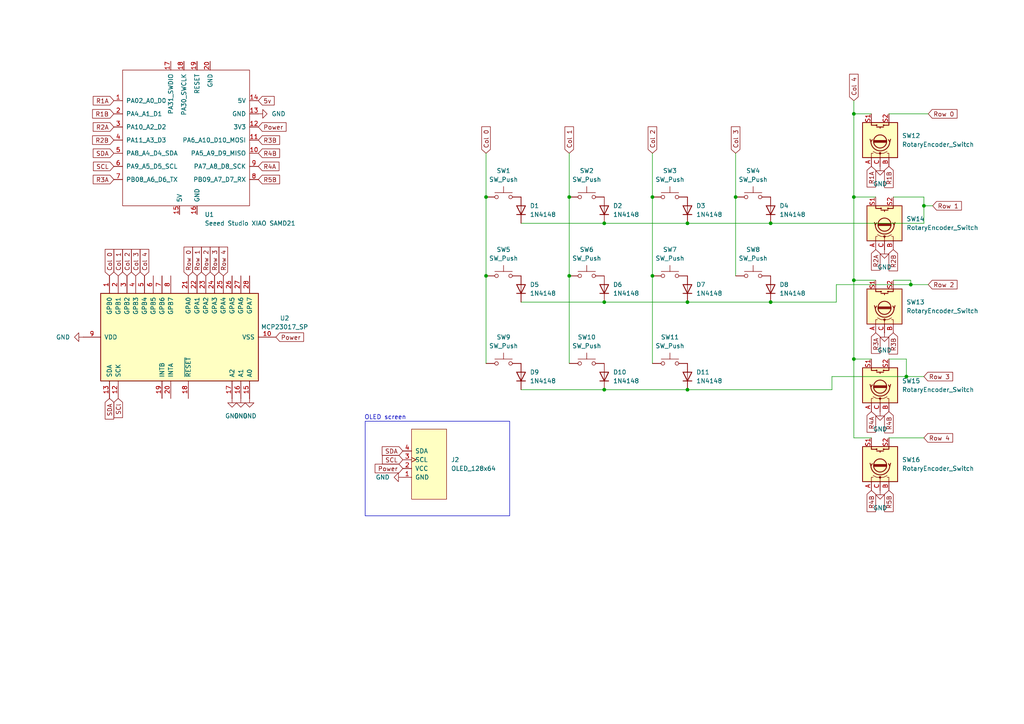
<source format=kicad_sch>
(kicad_sch
	(version 20231120)
	(generator "eeschema")
	(generator_version "8.0")
	(uuid "820e6438-8302-47ba-8183-385379a652f9")
	(paper "A4")
	(title_block
		(title "hackpad")
		(company "uniquepersun")
	)
	(lib_symbols
		(symbol "Device:RotaryEncoder_Switch"
			(pin_names
				(offset 0.254) hide)
			(exclude_from_sim no)
			(in_bom yes)
			(on_board yes)
			(property "Reference" "SW"
				(at 0 6.604 0)
				(effects
					(font
						(size 1.27 1.27)
					)
				)
			)
			(property "Value" "RotaryEncoder_Switch"
				(at 0 -6.604 0)
				(effects
					(font
						(size 1.27 1.27)
					)
				)
			)
			(property "Footprint" ""
				(at -3.81 4.064 0)
				(effects
					(font
						(size 1.27 1.27)
					)
					(hide yes)
				)
			)
			(property "Datasheet" "~"
				(at 0 6.604 0)
				(effects
					(font
						(size 1.27 1.27)
					)
					(hide yes)
				)
			)
			(property "Description" "Rotary encoder, dual channel, incremental quadrate outputs, with switch"
				(at 0 0 0)
				(effects
					(font
						(size 1.27 1.27)
					)
					(hide yes)
				)
			)
			(property "ki_keywords" "rotary switch encoder switch push button"
				(at 0 0 0)
				(effects
					(font
						(size 1.27 1.27)
					)
					(hide yes)
				)
			)
			(property "ki_fp_filters" "RotaryEncoder*Switch*"
				(at 0 0 0)
				(effects
					(font
						(size 1.27 1.27)
					)
					(hide yes)
				)
			)
			(symbol "RotaryEncoder_Switch_0_1"
				(rectangle
					(start -5.08 5.08)
					(end 5.08 -5.08)
					(stroke
						(width 0.254)
						(type default)
					)
					(fill
						(type background)
					)
				)
				(circle
					(center -3.81 0)
					(radius 0.254)
					(stroke
						(width 0)
						(type default)
					)
					(fill
						(type outline)
					)
				)
				(circle
					(center -0.381 0)
					(radius 1.905)
					(stroke
						(width 0.254)
						(type default)
					)
					(fill
						(type none)
					)
				)
				(arc
					(start -0.381 2.667)
					(mid -3.0988 -0.0635)
					(end -0.381 -2.794)
					(stroke
						(width 0.254)
						(type default)
					)
					(fill
						(type none)
					)
				)
				(polyline
					(pts
						(xy -0.635 -1.778) (xy -0.635 1.778)
					)
					(stroke
						(width 0.254)
						(type default)
					)
					(fill
						(type none)
					)
				)
				(polyline
					(pts
						(xy -0.381 -1.778) (xy -0.381 1.778)
					)
					(stroke
						(width 0.254)
						(type default)
					)
					(fill
						(type none)
					)
				)
				(polyline
					(pts
						(xy -0.127 1.778) (xy -0.127 -1.778)
					)
					(stroke
						(width 0.254)
						(type default)
					)
					(fill
						(type none)
					)
				)
				(polyline
					(pts
						(xy 3.81 0) (xy 3.429 0)
					)
					(stroke
						(width 0.254)
						(type default)
					)
					(fill
						(type none)
					)
				)
				(polyline
					(pts
						(xy 3.81 1.016) (xy 3.81 -1.016)
					)
					(stroke
						(width 0.254)
						(type default)
					)
					(fill
						(type none)
					)
				)
				(polyline
					(pts
						(xy -5.08 -2.54) (xy -3.81 -2.54) (xy -3.81 -2.032)
					)
					(stroke
						(width 0)
						(type default)
					)
					(fill
						(type none)
					)
				)
				(polyline
					(pts
						(xy -5.08 2.54) (xy -3.81 2.54) (xy -3.81 2.032)
					)
					(stroke
						(width 0)
						(type default)
					)
					(fill
						(type none)
					)
				)
				(polyline
					(pts
						(xy 0.254 -3.048) (xy -0.508 -2.794) (xy 0.127 -2.413)
					)
					(stroke
						(width 0.254)
						(type default)
					)
					(fill
						(type none)
					)
				)
				(polyline
					(pts
						(xy 0.254 2.921) (xy -0.508 2.667) (xy 0.127 2.286)
					)
					(stroke
						(width 0.254)
						(type default)
					)
					(fill
						(type none)
					)
				)
				(polyline
					(pts
						(xy 5.08 -2.54) (xy 4.318 -2.54) (xy 4.318 -1.016)
					)
					(stroke
						(width 0.254)
						(type default)
					)
					(fill
						(type none)
					)
				)
				(polyline
					(pts
						(xy 5.08 2.54) (xy 4.318 2.54) (xy 4.318 1.016)
					)
					(stroke
						(width 0.254)
						(type default)
					)
					(fill
						(type none)
					)
				)
				(polyline
					(pts
						(xy -5.08 0) (xy -3.81 0) (xy -3.81 -1.016) (xy -3.302 -2.032)
					)
					(stroke
						(width 0)
						(type default)
					)
					(fill
						(type none)
					)
				)
				(polyline
					(pts
						(xy -4.318 0) (xy -3.81 0) (xy -3.81 1.016) (xy -3.302 2.032)
					)
					(stroke
						(width 0)
						(type default)
					)
					(fill
						(type none)
					)
				)
				(circle
					(center 4.318 -1.016)
					(radius 0.127)
					(stroke
						(width 0.254)
						(type default)
					)
					(fill
						(type none)
					)
				)
				(circle
					(center 4.318 1.016)
					(radius 0.127)
					(stroke
						(width 0.254)
						(type default)
					)
					(fill
						(type none)
					)
				)
			)
			(symbol "RotaryEncoder_Switch_1_1"
				(pin passive line
					(at -7.62 2.54 0)
					(length 2.54)
					(name "A"
						(effects
							(font
								(size 1.27 1.27)
							)
						)
					)
					(number "A"
						(effects
							(font
								(size 1.27 1.27)
							)
						)
					)
				)
				(pin passive line
					(at -7.62 -2.54 0)
					(length 2.54)
					(name "B"
						(effects
							(font
								(size 1.27 1.27)
							)
						)
					)
					(number "B"
						(effects
							(font
								(size 1.27 1.27)
							)
						)
					)
				)
				(pin passive line
					(at -7.62 0 0)
					(length 2.54)
					(name "C"
						(effects
							(font
								(size 1.27 1.27)
							)
						)
					)
					(number "C"
						(effects
							(font
								(size 1.27 1.27)
							)
						)
					)
				)
				(pin passive line
					(at 7.62 2.54 180)
					(length 2.54)
					(name "S1"
						(effects
							(font
								(size 1.27 1.27)
							)
						)
					)
					(number "S1"
						(effects
							(font
								(size 1.27 1.27)
							)
						)
					)
				)
				(pin passive line
					(at 7.62 -2.54 180)
					(length 2.54)
					(name "S2"
						(effects
							(font
								(size 1.27 1.27)
							)
						)
					)
					(number "S2"
						(effects
							(font
								(size 1.27 1.27)
							)
						)
					)
				)
			)
		)
		(symbol "Diode:1N4148"
			(pin_numbers hide)
			(pin_names hide)
			(exclude_from_sim no)
			(in_bom yes)
			(on_board yes)
			(property "Reference" "D"
				(at 0 2.54 0)
				(effects
					(font
						(size 1.27 1.27)
					)
				)
			)
			(property "Value" "1N4148"
				(at 0 -2.54 0)
				(effects
					(font
						(size 1.27 1.27)
					)
				)
			)
			(property "Footprint" "Diode_THT:D_DO-35_SOD27_P7.62mm_Horizontal"
				(at 0 0 0)
				(effects
					(font
						(size 1.27 1.27)
					)
					(hide yes)
				)
			)
			(property "Datasheet" "https://assets.nexperia.com/documents/data-sheet/1N4148_1N4448.pdf"
				(at 0 0 0)
				(effects
					(font
						(size 1.27 1.27)
					)
					(hide yes)
				)
			)
			(property "Description" "100V 0.15A standard switching diode, DO-35"
				(at 0 0 0)
				(effects
					(font
						(size 1.27 1.27)
					)
					(hide yes)
				)
			)
			(property "Sim.Device" "D"
				(at 0 0 0)
				(effects
					(font
						(size 1.27 1.27)
					)
					(hide yes)
				)
			)
			(property "Sim.Pins" "1=K 2=A"
				(at 0 0 0)
				(effects
					(font
						(size 1.27 1.27)
					)
					(hide yes)
				)
			)
			(property "ki_keywords" "diode"
				(at 0 0 0)
				(effects
					(font
						(size 1.27 1.27)
					)
					(hide yes)
				)
			)
			(property "ki_fp_filters" "D*DO?35*"
				(at 0 0 0)
				(effects
					(font
						(size 1.27 1.27)
					)
					(hide yes)
				)
			)
			(symbol "1N4148_0_1"
				(polyline
					(pts
						(xy -1.27 1.27) (xy -1.27 -1.27)
					)
					(stroke
						(width 0.254)
						(type default)
					)
					(fill
						(type none)
					)
				)
				(polyline
					(pts
						(xy 1.27 0) (xy -1.27 0)
					)
					(stroke
						(width 0)
						(type default)
					)
					(fill
						(type none)
					)
				)
				(polyline
					(pts
						(xy 1.27 1.27) (xy 1.27 -1.27) (xy -1.27 0) (xy 1.27 1.27)
					)
					(stroke
						(width 0.254)
						(type default)
					)
					(fill
						(type none)
					)
				)
			)
			(symbol "1N4148_1_1"
				(pin passive line
					(at -3.81 0 0)
					(length 2.54)
					(name "K"
						(effects
							(font
								(size 1.27 1.27)
							)
						)
					)
					(number "1"
						(effects
							(font
								(size 1.27 1.27)
							)
						)
					)
				)
				(pin passive line
					(at 3.81 0 180)
					(length 2.54)
					(name "A"
						(effects
							(font
								(size 1.27 1.27)
							)
						)
					)
					(number "2"
						(effects
							(font
								(size 1.27 1.27)
							)
						)
					)
				)
			)
		)
		(symbol "Interface_Expansion:MCP23017_SP"
			(pin_names
				(offset 1.016)
			)
			(exclude_from_sim no)
			(in_bom yes)
			(on_board yes)
			(property "Reference" "U"
				(at -11.43 24.13 0)
				(effects
					(font
						(size 1.27 1.27)
					)
				)
			)
			(property "Value" "MCP23017_SP"
				(at 0 0 0)
				(effects
					(font
						(size 1.27 1.27)
					)
				)
			)
			(property "Footprint" "Package_DIP:DIP-28_W7.62mm"
				(at 5.08 -25.4 0)
				(effects
					(font
						(size 1.27 1.27)
					)
					(justify left)
					(hide yes)
				)
			)
			(property "Datasheet" "http://ww1.microchip.com/downloads/en/DeviceDoc/20001952C.pdf"
				(at 5.08 -27.94 0)
				(effects
					(font
						(size 1.27 1.27)
					)
					(justify left)
					(hide yes)
				)
			)
			(property "Description" "16-bit I/O expander, I2C, interrupts, w pull-ups, SPDIP-28"
				(at 0 0 0)
				(effects
					(font
						(size 1.27 1.27)
					)
					(hide yes)
				)
			)
			(property "ki_keywords" "I2C parallel port expander"
				(at 0 0 0)
				(effects
					(font
						(size 1.27 1.27)
					)
					(hide yes)
				)
			)
			(property "ki_fp_filters" "DIP*W7.62mm*"
				(at 0 0 0)
				(effects
					(font
						(size 1.27 1.27)
					)
					(hide yes)
				)
			)
			(symbol "MCP23017_SP_0_1"
				(rectangle
					(start -12.7 22.86)
					(end 12.7 -22.86)
					(stroke
						(width 0.254)
						(type default)
					)
					(fill
						(type background)
					)
				)
			)
			(symbol "MCP23017_SP_1_1"
				(pin bidirectional line
					(at 17.78 20.32 180)
					(length 5.08)
					(name "GPB0"
						(effects
							(font
								(size 1.27 1.27)
							)
						)
					)
					(number "1"
						(effects
							(font
								(size 1.27 1.27)
							)
						)
					)
				)
				(pin power_in line
					(at 0 -27.94 90)
					(length 5.08)
					(name "VSS"
						(effects
							(font
								(size 1.27 1.27)
							)
						)
					)
					(number "10"
						(effects
							(font
								(size 1.27 1.27)
							)
						)
					)
				)
				(pin no_connect line
					(at -12.7 15.24 0)
					(length 5.08) hide
					(name "NC"
						(effects
							(font
								(size 1.27 1.27)
							)
						)
					)
					(number "11"
						(effects
							(font
								(size 1.27 1.27)
							)
						)
					)
				)
				(pin input line
					(at -17.78 17.78 0)
					(length 5.08)
					(name "SCK"
						(effects
							(font
								(size 1.27 1.27)
							)
						)
					)
					(number "12"
						(effects
							(font
								(size 1.27 1.27)
							)
						)
					)
				)
				(pin bidirectional line
					(at -17.78 20.32 0)
					(length 5.08)
					(name "SDA"
						(effects
							(font
								(size 1.27 1.27)
							)
						)
					)
					(number "13"
						(effects
							(font
								(size 1.27 1.27)
							)
						)
					)
				)
				(pin no_connect line
					(at -12.7 12.7 0)
					(length 5.08) hide
					(name "NC"
						(effects
							(font
								(size 1.27 1.27)
							)
						)
					)
					(number "14"
						(effects
							(font
								(size 1.27 1.27)
							)
						)
					)
				)
				(pin input line
					(at -17.78 -20.32 0)
					(length 5.08)
					(name "A0"
						(effects
							(font
								(size 1.27 1.27)
							)
						)
					)
					(number "15"
						(effects
							(font
								(size 1.27 1.27)
							)
						)
					)
				)
				(pin input line
					(at -17.78 -17.78 0)
					(length 5.08)
					(name "A1"
						(effects
							(font
								(size 1.27 1.27)
							)
						)
					)
					(number "16"
						(effects
							(font
								(size 1.27 1.27)
							)
						)
					)
				)
				(pin input line
					(at -17.78 -15.24 0)
					(length 5.08)
					(name "A2"
						(effects
							(font
								(size 1.27 1.27)
							)
						)
					)
					(number "17"
						(effects
							(font
								(size 1.27 1.27)
							)
						)
					)
				)
				(pin input line
					(at -17.78 -2.54 0)
					(length 5.08)
					(name "~{RESET}"
						(effects
							(font
								(size 1.27 1.27)
							)
						)
					)
					(number "18"
						(effects
							(font
								(size 1.27 1.27)
							)
						)
					)
				)
				(pin tri_state line
					(at -17.78 5.08 0)
					(length 5.08)
					(name "INTB"
						(effects
							(font
								(size 1.27 1.27)
							)
						)
					)
					(number "19"
						(effects
							(font
								(size 1.27 1.27)
							)
						)
					)
				)
				(pin bidirectional line
					(at 17.78 17.78 180)
					(length 5.08)
					(name "GPB1"
						(effects
							(font
								(size 1.27 1.27)
							)
						)
					)
					(number "2"
						(effects
							(font
								(size 1.27 1.27)
							)
						)
					)
				)
				(pin tri_state line
					(at -17.78 2.54 0)
					(length 5.08)
					(name "INTA"
						(effects
							(font
								(size 1.27 1.27)
							)
						)
					)
					(number "20"
						(effects
							(font
								(size 1.27 1.27)
							)
						)
					)
				)
				(pin bidirectional line
					(at 17.78 -2.54 180)
					(length 5.08)
					(name "GPA0"
						(effects
							(font
								(size 1.27 1.27)
							)
						)
					)
					(number "21"
						(effects
							(font
								(size 1.27 1.27)
							)
						)
					)
				)
				(pin bidirectional line
					(at 17.78 -5.08 180)
					(length 5.08)
					(name "GPA1"
						(effects
							(font
								(size 1.27 1.27)
							)
						)
					)
					(number "22"
						(effects
							(font
								(size 1.27 1.27)
							)
						)
					)
				)
				(pin bidirectional line
					(at 17.78 -7.62 180)
					(length 5.08)
					(name "GPA2"
						(effects
							(font
								(size 1.27 1.27)
							)
						)
					)
					(number "23"
						(effects
							(font
								(size 1.27 1.27)
							)
						)
					)
				)
				(pin bidirectional line
					(at 17.78 -10.16 180)
					(length 5.08)
					(name "GPA3"
						(effects
							(font
								(size 1.27 1.27)
							)
						)
					)
					(number "24"
						(effects
							(font
								(size 1.27 1.27)
							)
						)
					)
				)
				(pin bidirectional line
					(at 17.78 -12.7 180)
					(length 5.08)
					(name "GPA4"
						(effects
							(font
								(size 1.27 1.27)
							)
						)
					)
					(number "25"
						(effects
							(font
								(size 1.27 1.27)
							)
						)
					)
				)
				(pin bidirectional line
					(at 17.78 -15.24 180)
					(length 5.08)
					(name "GPA5"
						(effects
							(font
								(size 1.27 1.27)
							)
						)
					)
					(number "26"
						(effects
							(font
								(size 1.27 1.27)
							)
						)
					)
				)
				(pin bidirectional line
					(at 17.78 -17.78 180)
					(length 5.08)
					(name "GPA6"
						(effects
							(font
								(size 1.27 1.27)
							)
						)
					)
					(number "27"
						(effects
							(font
								(size 1.27 1.27)
							)
						)
					)
				)
				(pin bidirectional line
					(at 17.78 -20.32 180)
					(length 5.08)
					(name "GPA7"
						(effects
							(font
								(size 1.27 1.27)
							)
						)
					)
					(number "28"
						(effects
							(font
								(size 1.27 1.27)
							)
						)
					)
				)
				(pin bidirectional line
					(at 17.78 15.24 180)
					(length 5.08)
					(name "GPB2"
						(effects
							(font
								(size 1.27 1.27)
							)
						)
					)
					(number "3"
						(effects
							(font
								(size 1.27 1.27)
							)
						)
					)
				)
				(pin bidirectional line
					(at 17.78 12.7 180)
					(length 5.08)
					(name "GPB3"
						(effects
							(font
								(size 1.27 1.27)
							)
						)
					)
					(number "4"
						(effects
							(font
								(size 1.27 1.27)
							)
						)
					)
				)
				(pin bidirectional line
					(at 17.78 10.16 180)
					(length 5.08)
					(name "GPB4"
						(effects
							(font
								(size 1.27 1.27)
							)
						)
					)
					(number "5"
						(effects
							(font
								(size 1.27 1.27)
							)
						)
					)
				)
				(pin bidirectional line
					(at 17.78 7.62 180)
					(length 5.08)
					(name "GPB5"
						(effects
							(font
								(size 1.27 1.27)
							)
						)
					)
					(number "6"
						(effects
							(font
								(size 1.27 1.27)
							)
						)
					)
				)
				(pin bidirectional line
					(at 17.78 5.08 180)
					(length 5.08)
					(name "GPB6"
						(effects
							(font
								(size 1.27 1.27)
							)
						)
					)
					(number "7"
						(effects
							(font
								(size 1.27 1.27)
							)
						)
					)
				)
				(pin bidirectional line
					(at 17.78 2.54 180)
					(length 5.08)
					(name "GPB7"
						(effects
							(font
								(size 1.27 1.27)
							)
						)
					)
					(number "8"
						(effects
							(font
								(size 1.27 1.27)
							)
						)
					)
				)
				(pin power_in line
					(at 0 27.94 270)
					(length 5.08)
					(name "VDD"
						(effects
							(font
								(size 1.27 1.27)
							)
						)
					)
					(number "9"
						(effects
							(font
								(size 1.27 1.27)
							)
						)
					)
				)
			)
		)
		(symbol "ScottoKeebs:OLED_128x64"
			(pin_names
				(offset 1.016)
			)
			(exclude_from_sim no)
			(in_bom yes)
			(on_board yes)
			(property "Reference" "J"
				(at 0 -11.43 0)
				(effects
					(font
						(size 1.27 1.27)
					)
				)
			)
			(property "Value" "OLED_128x64"
				(at 0 -7.62 0)
				(effects
					(font
						(size 1.27 1.27)
					)
				)
			)
			(property "Footprint" "ScottoKeebs_Components:OLED_128x64"
				(at 0 -13.97 0)
				(effects
					(font
						(size 1.27 1.27)
					)
					(hide yes)
				)
			)
			(property "Datasheet" ""
				(at 1.27 0 90)
				(effects
					(font
						(size 1.27 1.27)
					)
					(hide yes)
				)
			)
			(property "Description" ""
				(at 0 0 0)
				(effects
					(font
						(size 1.27 1.27)
					)
					(hide yes)
				)
			)
			(symbol "OLED_128x64_0_1"
				(rectangle
					(start 10.16 -10.16)
					(end -10.16 0)
					(stroke
						(width 0)
						(type default)
					)
					(fill
						(type background)
					)
				)
			)
			(symbol "OLED_128x64_1_1"
				(pin power_in line
					(at -3.81 2.54 270)
					(length 2.54)
					(name "GND"
						(effects
							(font
								(size 1.27 1.27)
							)
						)
					)
					(number "1"
						(effects
							(font
								(size 1.27 1.27)
							)
						)
					)
				)
				(pin power_in line
					(at -1.27 2.54 270)
					(length 2.54)
					(name "VCC"
						(effects
							(font
								(size 1.27 1.27)
							)
						)
					)
					(number "2"
						(effects
							(font
								(size 1.27 1.27)
							)
						)
					)
				)
				(pin input clock
					(at 1.27 2.54 270)
					(length 2.54)
					(name "SCL"
						(effects
							(font
								(size 1.27 1.27)
							)
						)
					)
					(number "3"
						(effects
							(font
								(size 1.27 1.27)
							)
						)
					)
				)
				(pin bidirectional line
					(at 3.81 2.54 270)
					(length 2.54)
					(name "SDA"
						(effects
							(font
								(size 1.27 1.27)
							)
						)
					)
					(number "4"
						(effects
							(font
								(size 1.27 1.27)
							)
						)
					)
				)
			)
		)
		(symbol "Seeed_Studio_XIAO_Series:Seeed Studio XIAO SAMD21"
			(pin_names
				(offset 1.016)
			)
			(exclude_from_sim no)
			(in_bom yes)
			(on_board yes)
			(property "Reference" "U"
				(at -19.05 22.86 0)
				(effects
					(font
						(size 1.27 1.27)
					)
				)
			)
			(property "Value" "Seeed Studio XIAO SAMD21"
				(at -12.7 21.59 0)
				(effects
					(font
						(size 1.27 1.27)
					)
				)
			)
			(property "Footprint" ""
				(at -8.89 5.08 0)
				(effects
					(font
						(size 1.27 1.27)
					)
					(hide yes)
				)
			)
			(property "Datasheet" ""
				(at -8.89 5.08 0)
				(effects
					(font
						(size 1.27 1.27)
					)
					(hide yes)
				)
			)
			(property "Description" ""
				(at 0 0 0)
				(effects
					(font
						(size 1.27 1.27)
					)
					(hide yes)
				)
			)
			(symbol "Seeed Studio XIAO SAMD21_0_1"
				(rectangle
					(start -19.05 20.32)
					(end 17.78 -19.05)
					(stroke
						(width 0)
						(type default)
					)
					(fill
						(type none)
					)
				)
			)
			(symbol "Seeed Studio XIAO SAMD21_1_1"
				(pin unspecified line
					(at -21.59 11.43 0)
					(length 2.54)
					(name "PA02_A0_D0"
						(effects
							(font
								(size 1.27 1.27)
							)
						)
					)
					(number "1"
						(effects
							(font
								(size 1.27 1.27)
							)
						)
					)
				)
				(pin unspecified line
					(at 20.32 -3.81 180)
					(length 2.54)
					(name "PA5_A9_D9_MISO"
						(effects
							(font
								(size 1.27 1.27)
							)
						)
					)
					(number "10"
						(effects
							(font
								(size 1.27 1.27)
							)
						)
					)
				)
				(pin unspecified line
					(at 20.32 0 180)
					(length 2.54)
					(name "PA6_A10_D10_MOSI"
						(effects
							(font
								(size 1.27 1.27)
							)
						)
					)
					(number "11"
						(effects
							(font
								(size 1.27 1.27)
							)
						)
					)
				)
				(pin unspecified line
					(at 20.32 3.81 180)
					(length 2.54)
					(name "3V3"
						(effects
							(font
								(size 1.27 1.27)
							)
						)
					)
					(number "12"
						(effects
							(font
								(size 1.27 1.27)
							)
						)
					)
				)
				(pin unspecified line
					(at 20.32 7.62 180)
					(length 2.54)
					(name "GND"
						(effects
							(font
								(size 1.27 1.27)
							)
						)
					)
					(number "13"
						(effects
							(font
								(size 1.27 1.27)
							)
						)
					)
				)
				(pin unspecified line
					(at 20.32 11.43 180)
					(length 2.54)
					(name "5V"
						(effects
							(font
								(size 1.27 1.27)
							)
						)
					)
					(number "14"
						(effects
							(font
								(size 1.27 1.27)
							)
						)
					)
				)
				(pin input line
					(at -2.54 -21.59 90)
					(length 2.54)
					(name "5V"
						(effects
							(font
								(size 1.27 1.27)
							)
						)
					)
					(number "15"
						(effects
							(font
								(size 1.27 1.27)
							)
						)
					)
				)
				(pin input line
					(at 2.54 -21.59 90)
					(length 2.54)
					(name "GND"
						(effects
							(font
								(size 1.27 1.27)
							)
						)
					)
					(number "16"
						(effects
							(font
								(size 1.27 1.27)
							)
						)
					)
				)
				(pin input line
					(at -5.08 22.86 270)
					(length 2.54)
					(name "PA31_SWDIO"
						(effects
							(font
								(size 1.27 1.27)
							)
						)
					)
					(number "17"
						(effects
							(font
								(size 1.27 1.27)
							)
						)
					)
				)
				(pin input line
					(at -1.27 22.86 270)
					(length 2.54)
					(name "PA30_SWCLK"
						(effects
							(font
								(size 1.27 1.27)
							)
						)
					)
					(number "18"
						(effects
							(font
								(size 1.27 1.27)
							)
						)
					)
				)
				(pin input line
					(at 2.54 22.86 270)
					(length 2.54)
					(name "RESET"
						(effects
							(font
								(size 1.27 1.27)
							)
						)
					)
					(number "19"
						(effects
							(font
								(size 1.27 1.27)
							)
						)
					)
				)
				(pin unspecified line
					(at -21.59 7.62 0)
					(length 2.54)
					(name "PA4_A1_D1"
						(effects
							(font
								(size 1.27 1.27)
							)
						)
					)
					(number "2"
						(effects
							(font
								(size 1.27 1.27)
							)
						)
					)
				)
				(pin input line
					(at 6.35 22.86 270)
					(length 2.54)
					(name "GND"
						(effects
							(font
								(size 1.27 1.27)
							)
						)
					)
					(number "20"
						(effects
							(font
								(size 1.27 1.27)
							)
						)
					)
				)
				(pin unspecified line
					(at -21.59 3.81 0)
					(length 2.54)
					(name "PA10_A2_D2"
						(effects
							(font
								(size 1.27 1.27)
							)
						)
					)
					(number "3"
						(effects
							(font
								(size 1.27 1.27)
							)
						)
					)
				)
				(pin unspecified line
					(at -21.59 0 0)
					(length 2.54)
					(name "PA11_A3_D3"
						(effects
							(font
								(size 1.27 1.27)
							)
						)
					)
					(number "4"
						(effects
							(font
								(size 1.27 1.27)
							)
						)
					)
				)
				(pin unspecified line
					(at -21.59 -3.81 0)
					(length 2.54)
					(name "PA8_A4_D4_SDA"
						(effects
							(font
								(size 1.27 1.27)
							)
						)
					)
					(number "5"
						(effects
							(font
								(size 1.27 1.27)
							)
						)
					)
				)
				(pin unspecified line
					(at -21.59 -7.62 0)
					(length 2.54)
					(name "PA9_A5_D5_SCL"
						(effects
							(font
								(size 1.27 1.27)
							)
						)
					)
					(number "6"
						(effects
							(font
								(size 1.27 1.27)
							)
						)
					)
				)
				(pin unspecified line
					(at -21.59 -11.43 0)
					(length 2.54)
					(name "PB08_A6_D6_TX"
						(effects
							(font
								(size 1.27 1.27)
							)
						)
					)
					(number "7"
						(effects
							(font
								(size 1.27 1.27)
							)
						)
					)
				)
				(pin unspecified line
					(at 20.32 -11.43 180)
					(length 2.54)
					(name "PB09_A7_D7_RX"
						(effects
							(font
								(size 1.27 1.27)
							)
						)
					)
					(number "8"
						(effects
							(font
								(size 1.27 1.27)
							)
						)
					)
				)
				(pin unspecified line
					(at 20.32 -7.62 180)
					(length 2.54)
					(name "PA7_A8_D8_SCK"
						(effects
							(font
								(size 1.27 1.27)
							)
						)
					)
					(number "9"
						(effects
							(font
								(size 1.27 1.27)
							)
						)
					)
				)
			)
		)
		(symbol "Switch:SW_Push"
			(pin_numbers hide)
			(pin_names
				(offset 1.016) hide)
			(exclude_from_sim no)
			(in_bom yes)
			(on_board yes)
			(property "Reference" "SW"
				(at 1.27 2.54 0)
				(effects
					(font
						(size 1.27 1.27)
					)
					(justify left)
				)
			)
			(property "Value" "SW_Push"
				(at 0 -1.524 0)
				(effects
					(font
						(size 1.27 1.27)
					)
				)
			)
			(property "Footprint" ""
				(at 0 5.08 0)
				(effects
					(font
						(size 1.27 1.27)
					)
					(hide yes)
				)
			)
			(property "Datasheet" "~"
				(at 0 5.08 0)
				(effects
					(font
						(size 1.27 1.27)
					)
					(hide yes)
				)
			)
			(property "Description" "Push button switch, generic, two pins"
				(at 0 0 0)
				(effects
					(font
						(size 1.27 1.27)
					)
					(hide yes)
				)
			)
			(property "ki_keywords" "switch normally-open pushbutton push-button"
				(at 0 0 0)
				(effects
					(font
						(size 1.27 1.27)
					)
					(hide yes)
				)
			)
			(symbol "SW_Push_0_1"
				(circle
					(center -2.032 0)
					(radius 0.508)
					(stroke
						(width 0)
						(type default)
					)
					(fill
						(type none)
					)
				)
				(polyline
					(pts
						(xy 0 1.27) (xy 0 3.048)
					)
					(stroke
						(width 0)
						(type default)
					)
					(fill
						(type none)
					)
				)
				(polyline
					(pts
						(xy 2.54 1.27) (xy -2.54 1.27)
					)
					(stroke
						(width 0)
						(type default)
					)
					(fill
						(type none)
					)
				)
				(circle
					(center 2.032 0)
					(radius 0.508)
					(stroke
						(width 0)
						(type default)
					)
					(fill
						(type none)
					)
				)
				(pin passive line
					(at -5.08 0 0)
					(length 2.54)
					(name "1"
						(effects
							(font
								(size 1.27 1.27)
							)
						)
					)
					(number "1"
						(effects
							(font
								(size 1.27 1.27)
							)
						)
					)
				)
				(pin passive line
					(at 5.08 0 180)
					(length 2.54)
					(name "2"
						(effects
							(font
								(size 1.27 1.27)
							)
						)
					)
					(number "2"
						(effects
							(font
								(size 1.27 1.27)
							)
						)
					)
				)
			)
		)
		(symbol "power:GND"
			(power)
			(pin_numbers hide)
			(pin_names
				(offset 0) hide)
			(exclude_from_sim no)
			(in_bom yes)
			(on_board yes)
			(property "Reference" "#PWR"
				(at 0 -6.35 0)
				(effects
					(font
						(size 1.27 1.27)
					)
					(hide yes)
				)
			)
			(property "Value" "GND"
				(at 0 -3.81 0)
				(effects
					(font
						(size 1.27 1.27)
					)
				)
			)
			(property "Footprint" ""
				(at 0 0 0)
				(effects
					(font
						(size 1.27 1.27)
					)
					(hide yes)
				)
			)
			(property "Datasheet" ""
				(at 0 0 0)
				(effects
					(font
						(size 1.27 1.27)
					)
					(hide yes)
				)
			)
			(property "Description" "Power symbol creates a global label with name \"GND\" , ground"
				(at 0 0 0)
				(effects
					(font
						(size 1.27 1.27)
					)
					(hide yes)
				)
			)
			(property "ki_keywords" "global power"
				(at 0 0 0)
				(effects
					(font
						(size 1.27 1.27)
					)
					(hide yes)
				)
			)
			(symbol "GND_0_1"
				(polyline
					(pts
						(xy 0 0) (xy 0 -1.27) (xy 1.27 -1.27) (xy 0 -2.54) (xy -1.27 -1.27) (xy 0 -1.27)
					)
					(stroke
						(width 0)
						(type default)
					)
					(fill
						(type none)
					)
				)
			)
			(symbol "GND_1_1"
				(pin power_in line
					(at 0 0 270)
					(length 0)
					(name "~"
						(effects
							(font
								(size 1.27 1.27)
							)
						)
					)
					(number "1"
						(effects
							(font
								(size 1.27 1.27)
							)
						)
					)
				)
			)
		)
	)
	(junction
		(at 175.26 64.77)
		(diameter 0)
		(color 0 0 0 0)
		(uuid "0a3f4b03-c2f2-4cc6-a26c-18d1c36321e8")
	)
	(junction
		(at 223.52 87.63)
		(diameter 0)
		(color 0 0 0 0)
		(uuid "12a4a81e-2344-410a-9f49-c42bc6aabdee")
	)
	(junction
		(at 175.26 87.63)
		(diameter 0)
		(color 0 0 0 0)
		(uuid "181557f4-6931-4310-bbd4-46930211909b")
	)
	(junction
		(at 247.65 81.28)
		(diameter 0)
		(color 0 0 0 0)
		(uuid "25f06527-1efd-46e6-8236-247895de008a")
	)
	(junction
		(at 140.97 80.01)
		(diameter 0)
		(color 0 0 0 0)
		(uuid "4daeee0f-ed7c-4fc7-a5bd-d31cd26b971e")
	)
	(junction
		(at 267.97 59.69)
		(diameter 0)
		(color 0 0 0 0)
		(uuid "5187a479-468a-4111-8995-f7287de6f04e")
	)
	(junction
		(at 199.39 113.03)
		(diameter 0)
		(color 0 0 0 0)
		(uuid "63082403-5dab-4b7f-ac02-af8a3b365d1b")
	)
	(junction
		(at 165.1 80.01)
		(diameter 0)
		(color 0 0 0 0)
		(uuid "6308575b-627b-4ba9-b556-bb2c075f12df")
	)
	(junction
		(at 199.39 64.77)
		(diameter 0)
		(color 0 0 0 0)
		(uuid "669bb335-fceb-4189-a24e-f70c97205fce")
	)
	(junction
		(at 247.65 33.02)
		(diameter 0)
		(color 0 0 0 0)
		(uuid "73cc13fb-fb5b-447d-9dc3-8639b97760d8")
	)
	(junction
		(at 264.16 82.55)
		(diameter 0)
		(color 0 0 0 0)
		(uuid "76ed1a9c-54d6-4c1a-9f98-de55084bd40e")
	)
	(junction
		(at 247.65 57.15)
		(diameter 0)
		(color 0 0 0 0)
		(uuid "85aa28fb-7493-45de-b9d9-8acf270fe07d")
	)
	(junction
		(at 189.23 57.15)
		(diameter 0)
		(color 0 0 0 0)
		(uuid "86c3ce7a-c03c-4c28-9745-68e8992597a0")
	)
	(junction
		(at 213.36 57.15)
		(diameter 0)
		(color 0 0 0 0)
		(uuid "8acc8639-5f75-48d8-ae99-47a35f5b8d97")
	)
	(junction
		(at 140.97 57.15)
		(diameter 0)
		(color 0 0 0 0)
		(uuid "b12bb942-d07e-45b0-8824-d8be8a381c14")
	)
	(junction
		(at 175.26 113.03)
		(diameter 0)
		(color 0 0 0 0)
		(uuid "b4909819-6be8-4261-a974-1a51b191323e")
	)
	(junction
		(at 189.23 80.01)
		(diameter 0)
		(color 0 0 0 0)
		(uuid "c08df4fa-3306-423e-9d48-17ef5c455a16")
	)
	(junction
		(at 247.65 104.14)
		(diameter 0)
		(color 0 0 0 0)
		(uuid "c2793da9-8ca3-4324-a854-fb4bce00037a")
	)
	(junction
		(at 165.1 57.15)
		(diameter 0)
		(color 0 0 0 0)
		(uuid "d169ee9a-92ed-4774-a2ee-787f0737b3dc")
	)
	(junction
		(at 223.52 64.77)
		(diameter 0)
		(color 0 0 0 0)
		(uuid "d6cc9ddc-09a1-4ac0-bd9d-9e2973df5671")
	)
	(junction
		(at 199.39 87.63)
		(diameter 0)
		(color 0 0 0 0)
		(uuid "ec12b0c7-24af-4961-83de-ea4bc641ee1d")
	)
	(junction
		(at 262.89 109.22)
		(diameter 0)
		(color 0 0 0 0)
		(uuid "febb8648-f121-4615-a9a8-b2ec2f1253e7")
	)
	(wire
		(pts
			(xy 140.97 57.15) (xy 140.97 80.01)
		)
		(stroke
			(width 0)
			(type default)
		)
		(uuid "008760cb-5801-4f58-8210-10a106b4d567")
	)
	(wire
		(pts
			(xy 242.57 87.63) (xy 223.52 87.63)
		)
		(stroke
			(width 0)
			(type default)
		)
		(uuid "038051e0-9b80-49f4-8138-cd603413d7a9")
	)
	(wire
		(pts
			(xy 247.65 57.15) (xy 254 57.15)
		)
		(stroke
			(width 0)
			(type default)
		)
		(uuid "05441cb0-d761-469a-89d4-6445a3101cb0")
	)
	(wire
		(pts
			(xy 189.23 44.45) (xy 189.23 57.15)
		)
		(stroke
			(width 0)
			(type default)
		)
		(uuid "0f5d8b45-d9e7-49cb-81fc-0df4ef5acfbf")
	)
	(wire
		(pts
			(xy 199.39 64.77) (xy 223.52 64.77)
		)
		(stroke
			(width 0)
			(type default)
		)
		(uuid "15be038b-ef11-4e7f-ae2f-c8e7c1e2f8b8")
	)
	(wire
		(pts
			(xy 267.97 59.69) (xy 270.51 59.69)
		)
		(stroke
			(width 0)
			(type default)
		)
		(uuid "17ffdc66-9329-4664-abf3-e9344a69511b")
	)
	(wire
		(pts
			(xy 247.65 81.28) (xy 254 81.28)
		)
		(stroke
			(width 0)
			(type default)
		)
		(uuid "1ecf3031-b1fb-4bf3-b387-15694c50a59d")
	)
	(wire
		(pts
			(xy 213.36 57.15) (xy 213.36 80.01)
		)
		(stroke
			(width 0)
			(type default)
		)
		(uuid "256e3d3b-e3c7-4bd6-a452-53b1d6d7e74c")
	)
	(wire
		(pts
			(xy 247.65 104.14) (xy 247.65 127)
		)
		(stroke
			(width 0)
			(type default)
		)
		(uuid "2997407f-98e3-46bc-a66d-b8efbc21d1bd")
	)
	(wire
		(pts
			(xy 165.1 80.01) (xy 165.1 105.41)
		)
		(stroke
			(width 0)
			(type default)
		)
		(uuid "2f36f9b4-4688-4a15-a32f-e47f6f3faf6f")
	)
	(wire
		(pts
			(xy 242.57 82.55) (xy 242.57 87.63)
		)
		(stroke
			(width 0)
			(type default)
		)
		(uuid "4729c7f0-9e1c-4660-b0b4-7b740d3d1156")
	)
	(wire
		(pts
			(xy 267.97 109.22) (xy 262.89 109.22)
		)
		(stroke
			(width 0)
			(type default)
		)
		(uuid "49309639-b7c0-4611-b83b-dcc9b0e2f52c")
	)
	(wire
		(pts
			(xy 259.08 57.15) (xy 267.97 57.15)
		)
		(stroke
			(width 0)
			(type default)
		)
		(uuid "4c546b9b-a16a-4fcd-ab0b-e45f91fccf4d")
	)
	(wire
		(pts
			(xy 241.3 113.03) (xy 199.39 113.03)
		)
		(stroke
			(width 0)
			(type default)
		)
		(uuid "4ecc2bb4-2555-4730-a3a2-f9fff4c71864")
	)
	(wire
		(pts
			(xy 264.16 82.55) (xy 242.57 82.55)
		)
		(stroke
			(width 0)
			(type default)
		)
		(uuid "505d8954-91aa-4501-8b0f-ec419a30e034")
	)
	(wire
		(pts
			(xy 189.23 80.01) (xy 189.23 105.41)
		)
		(stroke
			(width 0)
			(type default)
		)
		(uuid "5271f340-fc5e-4105-ace0-3b0a9c86c269")
	)
	(wire
		(pts
			(xy 267.97 64.77) (xy 223.52 64.77)
		)
		(stroke
			(width 0)
			(type default)
		)
		(uuid "5527f2ca-d48e-44b4-82bc-3c33b202ca87")
	)
	(wire
		(pts
			(xy 175.26 64.77) (xy 199.39 64.77)
		)
		(stroke
			(width 0)
			(type default)
		)
		(uuid "5a5cf927-9268-47af-9212-e568e935a9f6")
	)
	(wire
		(pts
			(xy 199.39 87.63) (xy 223.52 87.63)
		)
		(stroke
			(width 0)
			(type default)
		)
		(uuid "5b007499-bbb2-49fb-8d4c-b945f3ecc33a")
	)
	(wire
		(pts
			(xy 241.3 109.22) (xy 241.3 113.03)
		)
		(stroke
			(width 0)
			(type default)
		)
		(uuid "5ba9e2b8-3c97-42d0-ba57-4dcf70caa8b5")
	)
	(wire
		(pts
			(xy 269.24 33.02) (xy 257.81 33.02)
		)
		(stroke
			(width 0)
			(type default)
		)
		(uuid "62ed54dc-dc6a-4b52-a43e-51931f922c87")
	)
	(wire
		(pts
			(xy 247.65 127) (xy 252.73 127)
		)
		(stroke
			(width 0)
			(type default)
		)
		(uuid "640300f4-31ee-437b-a3fd-1f3c1086ffb3")
	)
	(wire
		(pts
			(xy 175.26 87.63) (xy 199.39 87.63)
		)
		(stroke
			(width 0)
			(type default)
		)
		(uuid "6b0b3e5d-84f1-42e3-b51f-e3324de3e3aa")
	)
	(wire
		(pts
			(xy 257.81 104.14) (xy 262.89 104.14)
		)
		(stroke
			(width 0)
			(type default)
		)
		(uuid "853e460e-4017-443f-96b2-33a0ec84aa09")
	)
	(wire
		(pts
			(xy 247.65 104.14) (xy 252.73 104.14)
		)
		(stroke
			(width 0)
			(type default)
		)
		(uuid "86c0347c-341e-4c0b-af3d-2c6a9a6672bc")
	)
	(wire
		(pts
			(xy 151.13 87.63) (xy 175.26 87.63)
		)
		(stroke
			(width 0)
			(type default)
		)
		(uuid "91697bb9-fcd2-4d3e-9913-84d542d603aa")
	)
	(wire
		(pts
			(xy 247.65 29.21) (xy 247.65 33.02)
		)
		(stroke
			(width 0)
			(type default)
		)
		(uuid "9e0ac692-8a95-473a-a43c-a5b39225cd0b")
	)
	(wire
		(pts
			(xy 151.13 113.03) (xy 175.26 113.03)
		)
		(stroke
			(width 0)
			(type default)
		)
		(uuid "a008f20d-a7e0-48d3-b3a6-9152feabb616")
	)
	(wire
		(pts
			(xy 267.97 59.69) (xy 267.97 64.77)
		)
		(stroke
			(width 0)
			(type default)
		)
		(uuid "a4e2128b-e314-4255-8a20-7d6a867e0285")
	)
	(wire
		(pts
			(xy 267.97 57.15) (xy 267.97 59.69)
		)
		(stroke
			(width 0)
			(type default)
		)
		(uuid "a60f58e9-f3cc-42a3-b675-4800bbc73aaf")
	)
	(wire
		(pts
			(xy 247.65 33.02) (xy 247.65 57.15)
		)
		(stroke
			(width 0)
			(type default)
		)
		(uuid "a9906214-5a70-4420-8d6f-d16cc054ca80")
	)
	(wire
		(pts
			(xy 140.97 44.45) (xy 140.97 57.15)
		)
		(stroke
			(width 0)
			(type default)
		)
		(uuid "aed4df06-c36a-4250-bedb-79a21a43fd71")
	)
	(wire
		(pts
			(xy 165.1 44.45) (xy 165.1 57.15)
		)
		(stroke
			(width 0)
			(type default)
		)
		(uuid "b6c60aa1-2441-49d8-b12e-398c62bb0313")
	)
	(wire
		(pts
			(xy 267.97 127) (xy 257.81 127)
		)
		(stroke
			(width 0)
			(type default)
		)
		(uuid "bf7587af-0ce4-418b-a638-6b2403f21196")
	)
	(wire
		(pts
			(xy 247.65 57.15) (xy 247.65 81.28)
		)
		(stroke
			(width 0)
			(type default)
		)
		(uuid "c01df992-4b5b-484a-b125-e8c4f84035c5")
	)
	(wire
		(pts
			(xy 175.26 113.03) (xy 199.39 113.03)
		)
		(stroke
			(width 0)
			(type default)
		)
		(uuid "c59282d6-be01-4647-ba92-fe0c92318f73")
	)
	(wire
		(pts
			(xy 165.1 57.15) (xy 165.1 80.01)
		)
		(stroke
			(width 0)
			(type default)
		)
		(uuid "c5a7374c-f59f-482f-9fec-fa8b5de9cbe5")
	)
	(wire
		(pts
			(xy 140.97 80.01) (xy 140.97 105.41)
		)
		(stroke
			(width 0)
			(type default)
		)
		(uuid "ce1aac08-96ef-48ea-a128-bf601ed30329")
	)
	(wire
		(pts
			(xy 189.23 57.15) (xy 189.23 80.01)
		)
		(stroke
			(width 0)
			(type default)
		)
		(uuid "d0b251d9-81e2-44a6-b6e9-2813f11fdace")
	)
	(wire
		(pts
			(xy 247.65 81.28) (xy 247.65 104.14)
		)
		(stroke
			(width 0)
			(type default)
		)
		(uuid "d2ce0b32-5f44-4fe3-acb4-31b2d6015e18")
	)
	(wire
		(pts
			(xy 269.24 82.55) (xy 264.16 82.55)
		)
		(stroke
			(width 0)
			(type default)
		)
		(uuid "d7a25cb6-677b-4798-97fa-8688a503ad63")
	)
	(wire
		(pts
			(xy 213.36 44.45) (xy 213.36 57.15)
		)
		(stroke
			(width 0)
			(type default)
		)
		(uuid "d9e3c3c9-49bb-49bf-a7d1-8992b8882bed")
	)
	(wire
		(pts
			(xy 247.65 33.02) (xy 252.73 33.02)
		)
		(stroke
			(width 0)
			(type default)
		)
		(uuid "e5c68a1a-7ff9-4b1f-96da-c5745829541f")
	)
	(wire
		(pts
			(xy 264.16 81.28) (xy 264.16 82.55)
		)
		(stroke
			(width 0)
			(type default)
		)
		(uuid "eef4bd6c-4666-4601-8d8f-f5b967b41f9a")
	)
	(wire
		(pts
			(xy 262.89 104.14) (xy 262.89 109.22)
		)
		(stroke
			(width 0)
			(type default)
		)
		(uuid "f19e14a2-0903-458e-9463-ea4d99c5cefa")
	)
	(wire
		(pts
			(xy 259.08 81.28) (xy 264.16 81.28)
		)
		(stroke
			(width 0)
			(type default)
		)
		(uuid "f1fbfa54-8bce-4123-a64a-4f4cbdd231bb")
	)
	(wire
		(pts
			(xy 262.89 109.22) (xy 241.3 109.22)
		)
		(stroke
			(width 0)
			(type default)
		)
		(uuid "f6821844-4f93-4078-88ae-36ac54a6b95b")
	)
	(wire
		(pts
			(xy 151.13 64.77) (xy 175.26 64.77)
		)
		(stroke
			(width 0)
			(type default)
		)
		(uuid "f8f96e12-2d31-426c-9784-be9ba61945b7")
	)
	(rectangle
		(start 105.918 122.174)
		(end 147.828 149.606)
		(stroke
			(width 0)
			(type default)
		)
		(fill
			(type none)
		)
		(uuid 1cb6b99e-3ac7-455e-886d-483ed3b65cc5)
	)
	(text "OLED screen\n"
		(exclude_from_sim no)
		(at 111.76 121.158 0)
		(effects
			(font
				(size 1.27 1.27)
			)
		)
		(uuid "dfd6e5a9-3503-4c3f-b6f5-487a7d374065")
	)
	(global_label "Col 0"
		(shape input)
		(at 31.75 80.01 90)
		(fields_autoplaced yes)
		(effects
			(font
				(size 1.27 1.27)
			)
			(justify left)
		)
		(uuid "07fa6bc9-9ed2-43fd-af77-c051922e6342")
		(property "Intersheetrefs" "${INTERSHEET_REFS}"
			(at 31.75 71.7635 90)
			(effects
				(font
					(size 1.27 1.27)
				)
				(justify left)
				(hide yes)
			)
		)
	)
	(global_label "R4A"
		(shape input)
		(at 252.73 119.38 270)
		(fields_autoplaced yes)
		(effects
			(font
				(size 1.27 1.27)
			)
			(justify right)
		)
		(uuid "169805bd-6c4b-42cf-9098-8401f719d180")
		(property "Intersheetrefs" "${INTERSHEET_REFS}"
			(at 252.73 125.9333 90)
			(effects
				(font
					(size 1.27 1.27)
				)
				(justify right)
				(hide yes)
			)
		)
	)
	(global_label "R3A"
		(shape input)
		(at 254 96.52 270)
		(fields_autoplaced yes)
		(effects
			(font
				(size 1.27 1.27)
			)
			(justify right)
		)
		(uuid "18acaf55-a65d-476c-ad26-f35d36cc1f5d")
		(property "Intersheetrefs" "${INTERSHEET_REFS}"
			(at 254 103.0733 90)
			(effects
				(font
					(size 1.27 1.27)
				)
				(justify right)
				(hide yes)
			)
		)
	)
	(global_label "R5B"
		(shape input)
		(at 74.93 52.07 0)
		(fields_autoplaced yes)
		(effects
			(font
				(size 1.27 1.27)
			)
			(justify left)
		)
		(uuid "22980cf1-6a82-491b-a1f9-21071d49143c")
		(property "Intersheetrefs" "${INTERSHEET_REFS}"
			(at 81.6647 52.07 0)
			(effects
				(font
					(size 1.27 1.27)
				)
				(justify left)
				(hide yes)
			)
		)
	)
	(global_label "R1B"
		(shape input)
		(at 33.02 33.02 180)
		(fields_autoplaced yes)
		(effects
			(font
				(size 1.27 1.27)
			)
			(justify right)
		)
		(uuid "244898d6-ed13-44c2-8625-26d29899543f")
		(property "Intersheetrefs" "${INTERSHEET_REFS}"
			(at 26.2853 33.02 0)
			(effects
				(font
					(size 1.27 1.27)
				)
				(justify right)
				(hide yes)
			)
		)
	)
	(global_label "Row 4"
		(shape input)
		(at 64.77 80.01 90)
		(fields_autoplaced yes)
		(effects
			(font
				(size 1.27 1.27)
			)
			(justify left)
		)
		(uuid "290c27e1-a792-4803-bde7-a53b7c79bd28")
		(property "Intersheetrefs" "${INTERSHEET_REFS}"
			(at 64.77 71.0982 90)
			(effects
				(font
					(size 1.27 1.27)
				)
				(justify left)
				(hide yes)
			)
		)
	)
	(global_label "Col 1"
		(shape input)
		(at 34.29 80.01 90)
		(fields_autoplaced yes)
		(effects
			(font
				(size 1.27 1.27)
			)
			(justify left)
		)
		(uuid "34b88182-2331-40ef-a8f8-45bb98a25dd8")
		(property "Intersheetrefs" "${INTERSHEET_REFS}"
			(at 34.29 71.7635 90)
			(effects
				(font
					(size 1.27 1.27)
				)
				(justify left)
				(hide yes)
			)
		)
	)
	(global_label "R1A"
		(shape input)
		(at 33.02 29.21 180)
		(fields_autoplaced yes)
		(effects
			(font
				(size 1.27 1.27)
			)
			(justify right)
		)
		(uuid "3c9ea462-db25-48c6-b546-34c827ec0236")
		(property "Intersheetrefs" "${INTERSHEET_REFS}"
			(at 26.4667 29.21 0)
			(effects
				(font
					(size 1.27 1.27)
				)
				(justify right)
				(hide yes)
			)
		)
	)
	(global_label "Row 1"
		(shape input)
		(at 270.51 59.69 0)
		(fields_autoplaced yes)
		(effects
			(font
				(size 1.27 1.27)
			)
			(justify left)
		)
		(uuid "40e2f399-219d-4ece-aaf0-6c838b29cfd1")
		(property "Intersheetrefs" "${INTERSHEET_REFS}"
			(at 279.4218 59.69 0)
			(effects
				(font
					(size 1.27 1.27)
				)
				(justify left)
				(hide yes)
			)
		)
	)
	(global_label "Col 3"
		(shape input)
		(at 39.37 80.01 90)
		(fields_autoplaced yes)
		(effects
			(font
				(size 1.27 1.27)
			)
			(justify left)
		)
		(uuid "43c6ee54-502c-4158-a5d9-9c3e1d52352d")
		(property "Intersheetrefs" "${INTERSHEET_REFS}"
			(at 39.37 71.7635 90)
			(effects
				(font
					(size 1.27 1.27)
				)
				(justify left)
				(hide yes)
			)
		)
	)
	(global_label "Power"
		(shape input)
		(at 74.93 36.83 0)
		(fields_autoplaced yes)
		(effects
			(font
				(size 1.27 1.27)
			)
			(justify left)
		)
		(uuid "4579f57b-1f6a-443a-995f-bdee1cd93614")
		(property "Intersheetrefs" "${INTERSHEET_REFS}"
			(at 80.0923 36.83 0)
			(effects
				(font
					(size 1.27 1.27)
				)
				(justify left)
				(hide yes)
			)
		)
	)
	(global_label "R2B"
		(shape input)
		(at 259.08 72.39 270)
		(fields_autoplaced yes)
		(effects
			(font
				(size 1.27 1.27)
			)
			(justify right)
		)
		(uuid "48115feb-2cd3-4a5c-9270-c094101a09dc")
		(property "Intersheetrefs" "${INTERSHEET_REFS}"
			(at 259.08 79.1247 90)
			(effects
				(font
					(size 1.27 1.27)
				)
				(justify right)
				(hide yes)
			)
		)
	)
	(global_label "R3B"
		(shape input)
		(at 259.08 96.52 270)
		(fields_autoplaced yes)
		(effects
			(font
				(size 1.27 1.27)
			)
			(justify right)
		)
		(uuid "4dbd1935-28cf-4627-81ad-ee2bc12d1e60")
		(property "Intersheetrefs" "${INTERSHEET_REFS}"
			(at 259.08 103.2547 90)
			(effects
				(font
					(size 1.27 1.27)
				)
				(justify right)
				(hide yes)
			)
		)
	)
	(global_label "SCl"
		(shape input)
		(at 34.29 115.57 270)
		(fields_autoplaced yes)
		(effects
			(font
				(size 1.27 1.27)
			)
			(justify right)
		)
		(uuid "563a5c1c-2da5-43f5-bebc-75784df2f2ff")
		(property "Intersheetrefs" "${INTERSHEET_REFS}"
			(at 34.29 121.6999 90)
			(effects
				(font
					(size 1.27 1.27)
				)
				(justify right)
				(hide yes)
			)
		)
	)
	(global_label "R5B"
		(shape input)
		(at 257.81 142.24 270)
		(fields_autoplaced yes)
		(effects
			(font
				(size 1.27 1.27)
			)
			(justify right)
		)
		(uuid "5891a20c-e6dd-4e95-b91b-6aada1ea8fdc")
		(property "Intersheetrefs" "${INTERSHEET_REFS}"
			(at 257.81 148.9747 90)
			(effects
				(font
					(size 1.27 1.27)
				)
				(justify right)
				(hide yes)
			)
		)
	)
	(global_label "Power"
		(shape input)
		(at 80.01 97.79 0)
		(fields_autoplaced yes)
		(effects
			(font
				(size 1.27 1.27)
			)
			(justify left)
		)
		(uuid "68f0bbc7-d526-4153-819a-359be930c5e7")
		(property "Intersheetrefs" "${INTERSHEET_REFS}"
			(at 85.1723 97.79 0)
			(effects
				(font
					(size 1.27 1.27)
				)
				(justify left)
				(hide yes)
			)
		)
	)
	(global_label "SDA"
		(shape input)
		(at 31.75 115.57 270)
		(fields_autoplaced yes)
		(effects
			(font
				(size 1.27 1.27)
			)
			(justify right)
		)
		(uuid "6a08995a-7159-4940-90d9-f0a08404bd43")
		(property "Intersheetrefs" "${INTERSHEET_REFS}"
			(at 31.75 122.1233 90)
			(effects
				(font
					(size 1.27 1.27)
				)
				(justify right)
				(hide yes)
			)
		)
	)
	(global_label "Row 0"
		(shape input)
		(at 269.24 33.02 0)
		(fields_autoplaced yes)
		(effects
			(font
				(size 1.27 1.27)
			)
			(justify left)
		)
		(uuid "7257a993-a316-4f30-9aa3-721573ed996e")
		(property "Intersheetrefs" "${INTERSHEET_REFS}"
			(at 278.1518 33.02 0)
			(effects
				(font
					(size 1.27 1.27)
				)
				(justify left)
				(hide yes)
			)
		)
	)
	(global_label "R4B"
		(shape input)
		(at 74.93 44.45 0)
		(fields_autoplaced yes)
		(effects
			(font
				(size 1.27 1.27)
			)
			(justify left)
		)
		(uuid "7aee63e6-31b2-49d8-a695-d4045bfc0127")
		(property "Intersheetrefs" "${INTERSHEET_REFS}"
			(at 81.6647 44.45 0)
			(effects
				(font
					(size 1.27 1.27)
				)
				(justify left)
				(hide yes)
			)
		)
	)
	(global_label "R2A"
		(shape input)
		(at 33.02 36.83 180)
		(fields_autoplaced yes)
		(effects
			(font
				(size 1.27 1.27)
			)
			(justify right)
		)
		(uuid "843c0b21-e1d5-4b5f-b095-bd1dccf5537b")
		(property "Intersheetrefs" "${INTERSHEET_REFS}"
			(at 26.4667 36.83 0)
			(effects
				(font
					(size 1.27 1.27)
				)
				(justify right)
				(hide yes)
			)
		)
	)
	(global_label "R3A"
		(shape input)
		(at 33.02 52.07 180)
		(fields_autoplaced yes)
		(effects
			(font
				(size 1.27 1.27)
			)
			(justify right)
		)
		(uuid "87d41d86-d5e7-4356-82d6-5be65fd66fbf")
		(property "Intersheetrefs" "${INTERSHEET_REFS}"
			(at 26.4667 52.07 0)
			(effects
				(font
					(size 1.27 1.27)
				)
				(justify right)
				(hide yes)
			)
		)
	)
	(global_label "Col 3"
		(shape input)
		(at 213.36 44.45 90)
		(fields_autoplaced yes)
		(effects
			(font
				(size 1.27 1.27)
			)
			(justify left)
		)
		(uuid "887c8565-7626-4811-95ed-7e98703e66d8")
		(property "Intersheetrefs" "${INTERSHEET_REFS}"
			(at 213.36 36.2035 90)
			(effects
				(font
					(size 1.27 1.27)
				)
				(justify left)
				(hide yes)
			)
		)
	)
	(global_label "R1B"
		(shape input)
		(at 257.81 48.26 270)
		(fields_autoplaced yes)
		(effects
			(font
				(size 1.27 1.27)
			)
			(justify right)
		)
		(uuid "8e67d17c-21de-43fa-8e38-c3fab140aa5c")
		(property "Intersheetrefs" "${INTERSHEET_REFS}"
			(at 257.81 54.9947 90)
			(effects
				(font
					(size 1.27 1.27)
				)
				(justify right)
				(hide yes)
			)
		)
	)
	(global_label "SDA"
		(shape input)
		(at 33.02 44.45 180)
		(fields_autoplaced yes)
		(effects
			(font
				(size 1.27 1.27)
			)
			(justify right)
		)
		(uuid "8f3a3cd3-5adc-4014-82c4-7c0c658e022b")
		(property "Intersheetrefs" "${INTERSHEET_REFS}"
			(at 26.4667 44.45 0)
			(effects
				(font
					(size 1.27 1.27)
				)
				(justify right)
				(hide yes)
			)
		)
	)
	(global_label "Row 4"
		(shape input)
		(at 267.97 127 0)
		(fields_autoplaced yes)
		(effects
			(font
				(size 1.27 1.27)
			)
			(justify left)
		)
		(uuid "90d4c566-a284-4534-813f-3af5f6e8d704")
		(property "Intersheetrefs" "${INTERSHEET_REFS}"
			(at 276.8818 127 0)
			(effects
				(font
					(size 1.27 1.27)
				)
				(justify left)
				(hide yes)
			)
		)
	)
	(global_label "Col 2"
		(shape input)
		(at 36.83 80.01 90)
		(fields_autoplaced yes)
		(effects
			(font
				(size 1.27 1.27)
			)
			(justify left)
		)
		(uuid "91f17822-69dc-48fb-bf5d-4e0de2f5f054")
		(property "Intersheetrefs" "${INTERSHEET_REFS}"
			(at 36.83 71.7635 90)
			(effects
				(font
					(size 1.27 1.27)
				)
				(justify left)
				(hide yes)
			)
		)
	)
	(global_label "Col 1"
		(shape input)
		(at 165.1 44.45 90)
		(fields_autoplaced yes)
		(effects
			(font
				(size 1.27 1.27)
			)
			(justify left)
		)
		(uuid "9330b533-3926-4c5f-97aa-e02d3cd9b0b0")
		(property "Intersheetrefs" "${INTERSHEET_REFS}"
			(at 165.1 36.2035 90)
			(effects
				(font
					(size 1.27 1.27)
				)
				(justify left)
				(hide yes)
			)
		)
	)
	(global_label "Row 2"
		(shape input)
		(at 59.69 80.01 90)
		(fields_autoplaced yes)
		(effects
			(font
				(size 1.27 1.27)
			)
			(justify left)
		)
		(uuid "aae2fc98-a5a4-4f45-9d07-55681aefde8e")
		(property "Intersheetrefs" "${INTERSHEET_REFS}"
			(at 59.69 71.0982 90)
			(effects
				(font
					(size 1.27 1.27)
				)
				(justify left)
				(hide yes)
			)
		)
	)
	(global_label "R2A"
		(shape input)
		(at 254 72.39 270)
		(fields_autoplaced yes)
		(effects
			(font
				(size 1.27 1.27)
			)
			(justify right)
		)
		(uuid "b0c3d700-b440-4a5e-9443-a28cb966ffa3")
		(property "Intersheetrefs" "${INTERSHEET_REFS}"
			(at 254 78.9433 90)
			(effects
				(font
					(size 1.27 1.27)
				)
				(justify right)
				(hide yes)
			)
		)
	)
	(global_label "SDA"
		(shape input)
		(at 116.84 130.81 180)
		(fields_autoplaced yes)
		(effects
			(font
				(size 1.27 1.27)
			)
			(justify right)
		)
		(uuid "b2a9557c-aa54-4522-addf-c1637cc56af5")
		(property "Intersheetrefs" "${INTERSHEET_REFS}"
			(at 110.2867 130.81 0)
			(effects
				(font
					(size 1.27 1.27)
				)
				(justify right)
				(hide yes)
			)
		)
	)
	(global_label "5v"
		(shape input)
		(at 74.93 29.21 0)
		(fields_autoplaced yes)
		(effects
			(font
				(size 1.27 1.27)
			)
			(justify left)
		)
		(uuid "b65c8e70-65e3-4600-9d83-6bfba19d8273")
		(property "Intersheetrefs" "${INTERSHEET_REFS}"
			(at 80.0923 29.21 0)
			(effects
				(font
					(size 1.27 1.27)
				)
				(justify left)
				(hide yes)
			)
		)
	)
	(global_label "R3B"
		(shape input)
		(at 74.93 40.64 0)
		(fields_autoplaced yes)
		(effects
			(font
				(size 1.27 1.27)
			)
			(justify left)
		)
		(uuid "b7681ab5-d343-48d9-b8d0-e469b9df4e1f")
		(property "Intersheetrefs" "${INTERSHEET_REFS}"
			(at 81.6647 40.64 0)
			(effects
				(font
					(size 1.27 1.27)
				)
				(justify left)
				(hide yes)
			)
		)
	)
	(global_label "SCL"
		(shape input)
		(at 116.84 133.35 180)
		(fields_autoplaced yes)
		(effects
			(font
				(size 1.27 1.27)
			)
			(justify right)
		)
		(uuid "b8d77b4e-c67c-4fb9-8171-1577f1014ae2")
		(property "Intersheetrefs" "${INTERSHEET_REFS}"
			(at 110.3472 133.35 0)
			(effects
				(font
					(size 1.27 1.27)
				)
				(justify right)
				(hide yes)
			)
		)
	)
	(global_label "R2B"
		(shape input)
		(at 33.02 40.64 180)
		(fields_autoplaced yes)
		(effects
			(font
				(size 1.27 1.27)
			)
			(justify right)
		)
		(uuid "bf48de0e-55bc-4a34-a579-5fb079284033")
		(property "Intersheetrefs" "${INTERSHEET_REFS}"
			(at 26.2853 40.64 0)
			(effects
				(font
					(size 1.27 1.27)
				)
				(justify right)
				(hide yes)
			)
		)
	)
	(global_label "Row 3"
		(shape input)
		(at 62.23 80.01 90)
		(fields_autoplaced yes)
		(effects
			(font
				(size 1.27 1.27)
			)
			(justify left)
		)
		(uuid "c0136257-e168-46e5-aacc-863ca0c01765")
		(property "Intersheetrefs" "${INTERSHEET_REFS}"
			(at 62.23 71.0982 90)
			(effects
				(font
					(size 1.27 1.27)
				)
				(justify left)
				(hide yes)
			)
		)
	)
	(global_label "R4B"
		(shape input)
		(at 252.73 142.24 270)
		(fields_autoplaced yes)
		(effects
			(font
				(size 1.27 1.27)
			)
			(justify right)
		)
		(uuid "c016771d-cae0-4ac6-b8ef-e6a5de9556ba")
		(property "Intersheetrefs" "${INTERSHEET_REFS}"
			(at 252.73 148.9747 90)
			(effects
				(font
					(size 1.27 1.27)
				)
				(justify right)
				(hide yes)
			)
		)
	)
	(global_label "Row 0"
		(shape input)
		(at 54.61 80.01 90)
		(fields_autoplaced yes)
		(effects
			(font
				(size 1.27 1.27)
			)
			(justify left)
		)
		(uuid "c05ef1ae-5c75-47cf-8275-e6204d0717f2")
		(property "Intersheetrefs" "${INTERSHEET_REFS}"
			(at 54.61 71.0982 90)
			(effects
				(font
					(size 1.27 1.27)
				)
				(justify left)
				(hide yes)
			)
		)
	)
	(global_label "Col 4"
		(shape input)
		(at 41.91 80.01 90)
		(fields_autoplaced yes)
		(effects
			(font
				(size 1.27 1.27)
			)
			(justify left)
		)
		(uuid "cf3f7980-c5b6-498b-887d-2dc67e778e86")
		(property "Intersheetrefs" "${INTERSHEET_REFS}"
			(at 41.91 71.7635 90)
			(effects
				(font
					(size 1.27 1.27)
				)
				(justify left)
				(hide yes)
			)
		)
	)
	(global_label "Col 4"
		(shape input)
		(at 247.65 29.21 90)
		(fields_autoplaced yes)
		(effects
			(font
				(size 1.27 1.27)
			)
			(justify left)
		)
		(uuid "d3db5f69-b27c-4695-9702-fd1d0a461460")
		(property "Intersheetrefs" "${INTERSHEET_REFS}"
			(at 247.65 20.9635 90)
			(effects
				(font
					(size 1.27 1.27)
				)
				(justify left)
				(hide yes)
			)
		)
	)
	(global_label "R4A"
		(shape input)
		(at 74.93 48.26 0)
		(fields_autoplaced yes)
		(effects
			(font
				(size 1.27 1.27)
			)
			(justify left)
		)
		(uuid "d812e25d-224f-4cbf-abdb-524c06e3b11b")
		(property "Intersheetrefs" "${INTERSHEET_REFS}"
			(at 81.4833 48.26 0)
			(effects
				(font
					(size 1.27 1.27)
				)
				(justify left)
				(hide yes)
			)
		)
	)
	(global_label "Row 2"
		(shape input)
		(at 269.24 82.55 0)
		(fields_autoplaced yes)
		(effects
			(font
				(size 1.27 1.27)
			)
			(justify left)
		)
		(uuid "db23ab33-cd38-4086-96f2-8086d5db805c")
		(property "Intersheetrefs" "${INTERSHEET_REFS}"
			(at 278.1518 82.55 0)
			(effects
				(font
					(size 1.27 1.27)
				)
				(justify left)
				(hide yes)
			)
		)
	)
	(global_label "Row 1"
		(shape input)
		(at 57.15 80.01 90)
		(fields_autoplaced yes)
		(effects
			(font
				(size 1.27 1.27)
			)
			(justify left)
		)
		(uuid "e170359f-73b4-4865-b879-f1e8e0290def")
		(property "Intersheetrefs" "${INTERSHEET_REFS}"
			(at 57.15 71.0982 90)
			(effects
				(font
					(size 1.27 1.27)
				)
				(justify left)
				(hide yes)
			)
		)
	)
	(global_label "Power"
		(shape input)
		(at 116.84 135.89 180)
		(fields_autoplaced yes)
		(effects
			(font
				(size 1.27 1.27)
			)
			(justify right)
		)
		(uuid "e2826084-8759-49c7-9083-cada85281dff")
		(property "Intersheetrefs" "${INTERSHEET_REFS}"
			(at 108.2305 135.89 0)
			(effects
				(font
					(size 1.27 1.27)
				)
				(justify right)
				(hide yes)
			)
		)
	)
	(global_label "Row 3"
		(shape input)
		(at 267.97 109.22 0)
		(fields_autoplaced yes)
		(effects
			(font
				(size 1.27 1.27)
			)
			(justify left)
		)
		(uuid "ee3a61ed-7070-408f-8d37-10b01a76c84e")
		(property "Intersheetrefs" "${INTERSHEET_REFS}"
			(at 276.8818 109.22 0)
			(effects
				(font
					(size 1.27 1.27)
				)
				(justify left)
				(hide yes)
			)
		)
	)
	(global_label "SCL"
		(shape input)
		(at 33.02 48.26 180)
		(fields_autoplaced yes)
		(effects
			(font
				(size 1.27 1.27)
			)
			(justify right)
		)
		(uuid "efa600e2-46a9-4bce-ae3d-497253e4d668")
		(property "Intersheetrefs" "${INTERSHEET_REFS}"
			(at 26.5272 48.26 0)
			(effects
				(font
					(size 1.27 1.27)
				)
				(justify right)
				(hide yes)
			)
		)
	)
	(global_label "Col 2"
		(shape input)
		(at 189.23 44.45 90)
		(fields_autoplaced yes)
		(effects
			(font
				(size 1.27 1.27)
			)
			(justify left)
		)
		(uuid "f2cd83bb-b25a-40d8-8c2a-d5bb5c2f65f8")
		(property "Intersheetrefs" "${INTERSHEET_REFS}"
			(at 189.23 36.2035 90)
			(effects
				(font
					(size 1.27 1.27)
				)
				(justify left)
				(hide yes)
			)
		)
	)
	(global_label "R1A"
		(shape input)
		(at 252.73 48.26 270)
		(fields_autoplaced yes)
		(effects
			(font
				(size 1.27 1.27)
			)
			(justify right)
		)
		(uuid "f777f405-299c-4c4f-93eb-d346ade7d416")
		(property "Intersheetrefs" "${INTERSHEET_REFS}"
			(at 252.73 54.8133 90)
			(effects
				(font
					(size 1.27 1.27)
				)
				(justify right)
				(hide yes)
			)
		)
	)
	(global_label "R4B"
		(shape input)
		(at 257.81 119.38 270)
		(fields_autoplaced yes)
		(effects
			(font
				(size 1.27 1.27)
			)
			(justify right)
		)
		(uuid "fa510f5f-aba8-464d-9e5b-282acbc9cc72")
		(property "Intersheetrefs" "${INTERSHEET_REFS}"
			(at 257.81 126.1147 90)
			(effects
				(font
					(size 1.27 1.27)
				)
				(justify right)
				(hide yes)
			)
		)
	)
	(global_label "Col 0"
		(shape input)
		(at 140.97 44.45 90)
		(fields_autoplaced yes)
		(effects
			(font
				(size 1.27 1.27)
			)
			(justify left)
		)
		(uuid "feb23525-4093-4bd2-b003-9c996cc61038")
		(property "Intersheetrefs" "${INTERSHEET_REFS}"
			(at 140.97 36.2035 90)
			(effects
				(font
					(size 1.27 1.27)
				)
				(justify left)
				(hide yes)
			)
		)
	)
	(symbol
		(lib_id "Switch:SW_Push")
		(at 170.18 80.01 0)
		(unit 1)
		(exclude_from_sim no)
		(in_bom yes)
		(on_board yes)
		(dnp no)
		(fields_autoplaced yes)
		(uuid "0448f331-b5b0-4201-89f9-afbb8b2910e3")
		(property "Reference" "SW6"
			(at 170.18 72.39 0)
			(effects
				(font
					(size 1.27 1.27)
				)
			)
		)
		(property "Value" "SW_Push"
			(at 170.18 74.93 0)
			(effects
				(font
					(size 1.27 1.27)
				)
			)
		)
		(property "Footprint" "Button_Switch_Keyboard:SW_Cherry_MX_1.00u_PCB"
			(at 170.18 74.93 0)
			(effects
				(font
					(size 1.27 1.27)
				)
				(hide yes)
			)
		)
		(property "Datasheet" "~"
			(at 170.18 74.93 0)
			(effects
				(font
					(size 1.27 1.27)
				)
				(hide yes)
			)
		)
		(property "Description" "Push button switch, generic, two pins"
			(at 170.18 80.01 0)
			(effects
				(font
					(size 1.27 1.27)
				)
				(hide yes)
			)
		)
		(pin "1"
			(uuid "6198e713-7849-4cab-857e-b065149085c2")
		)
		(pin "2"
			(uuid "a9108433-42a6-4900-900c-aabe498cc27b")
		)
		(instances
			(project "hackpad"
				(path "/820e6438-8302-47ba-8183-385379a652f9"
					(reference "SW6")
					(unit 1)
				)
			)
		)
	)
	(symbol
		(lib_id "Switch:SW_Push")
		(at 218.44 57.15 0)
		(unit 1)
		(exclude_from_sim no)
		(in_bom yes)
		(on_board yes)
		(dnp no)
		(fields_autoplaced yes)
		(uuid "04906ca8-71e4-47b3-b360-e8fe13cf617c")
		(property "Reference" "SW4"
			(at 218.44 49.53 0)
			(effects
				(font
					(size 1.27 1.27)
				)
			)
		)
		(property "Value" "SW_Push"
			(at 218.44 52.07 0)
			(effects
				(font
					(size 1.27 1.27)
				)
			)
		)
		(property "Footprint" "Button_Switch_Keyboard:SW_Cherry_MX_1.00u_PCB"
			(at 218.44 52.07 0)
			(effects
				(font
					(size 1.27 1.27)
				)
				(hide yes)
			)
		)
		(property "Datasheet" "~"
			(at 218.44 52.07 0)
			(effects
				(font
					(size 1.27 1.27)
				)
				(hide yes)
			)
		)
		(property "Description" "Push button switch, generic, two pins"
			(at 218.44 57.15 0)
			(effects
				(font
					(size 1.27 1.27)
				)
				(hide yes)
			)
		)
		(pin "1"
			(uuid "56b907a4-26ab-41f4-9c62-552a3a09e435")
		)
		(pin "2"
			(uuid "2d8c14cd-1004-405f-a2fe-6c023045e708")
		)
		(instances
			(project "hackpad"
				(path "/820e6438-8302-47ba-8183-385379a652f9"
					(reference "SW4")
					(unit 1)
				)
			)
		)
	)
	(symbol
		(lib_id "power:GND")
		(at 255.27 48.26 0)
		(unit 1)
		(exclude_from_sim no)
		(in_bom yes)
		(on_board yes)
		(dnp no)
		(fields_autoplaced yes)
		(uuid "064e4464-3c02-4fc2-b12e-320e0bbd84cb")
		(property "Reference" "#PWR09"
			(at 255.27 54.61 0)
			(effects
				(font
					(size 1.27 1.27)
				)
				(hide yes)
			)
		)
		(property "Value" "GND"
			(at 255.27 53.34 0)
			(effects
				(font
					(size 1.27 1.27)
				)
			)
		)
		(property "Footprint" ""
			(at 255.27 48.26 0)
			(effects
				(font
					(size 1.27 1.27)
				)
				(hide yes)
			)
		)
		(property "Datasheet" ""
			(at 255.27 48.26 0)
			(effects
				(font
					(size 1.27 1.27)
				)
				(hide yes)
			)
		)
		(property "Description" "Power symbol creates a global label with name \"GND\" , ground"
			(at 255.27 48.26 0)
			(effects
				(font
					(size 1.27 1.27)
				)
				(hide yes)
			)
		)
		(pin "1"
			(uuid "1f989427-97d1-4d08-8a6b-36c2efed2ece")
		)
		(instances
			(project ""
				(path "/820e6438-8302-47ba-8183-385379a652f9"
					(reference "#PWR09")
					(unit 1)
				)
			)
		)
	)
	(symbol
		(lib_id "Device:RotaryEncoder_Switch")
		(at 256.54 88.9 90)
		(unit 1)
		(exclude_from_sim no)
		(in_bom yes)
		(on_board yes)
		(dnp no)
		(fields_autoplaced yes)
		(uuid "06f01070-5516-40a7-9243-3563e359f295")
		(property "Reference" "SW13"
			(at 262.89 87.6299 90)
			(effects
				(font
					(size 1.27 1.27)
				)
				(justify right)
			)
		)
		(property "Value" "RotaryEncoder_Switch"
			(at 262.89 90.1699 90)
			(effects
				(font
					(size 1.27 1.27)
				)
				(justify right)
			)
		)
		(property "Footprint" "Rotary_Encoder:RotaryEncoder_Alps_EC11E-Switch_Vertical_H20mm_CircularMountingHoles"
			(at 252.476 92.71 0)
			(effects
				(font
					(size 1.27 1.27)
				)
				(hide yes)
			)
		)
		(property "Datasheet" "~"
			(at 249.936 88.9 0)
			(effects
				(font
					(size 1.27 1.27)
				)
				(hide yes)
			)
		)
		(property "Description" "Rotary encoder, dual channel, incremental quadrate outputs, with switch"
			(at 256.54 88.9 0)
			(effects
				(font
					(size 1.27 1.27)
				)
				(hide yes)
			)
		)
		(pin "C"
			(uuid "c2b2f482-f8c1-40a2-8dd3-0d89a0482e38")
		)
		(pin "S2"
			(uuid "2f842d80-437a-4f20-a58f-fc073a74fd3c")
		)
		(pin "B"
			(uuid "5e2c494d-fc59-4e11-8cb3-06a0f5c55322")
		)
		(pin "A"
			(uuid "cf1bb0a2-7190-47dc-b55a-404449072d60")
		)
		(pin "S1"
			(uuid "694c15ee-4a83-4624-877b-b0c475acabee")
		)
		(instances
			(project "hackpad"
				(path "/820e6438-8302-47ba-8183-385379a652f9"
					(reference "SW13")
					(unit 1)
				)
			)
		)
	)
	(symbol
		(lib_id "Interface_Expansion:MCP23017_SP")
		(at 52.07 97.79 90)
		(unit 1)
		(exclude_from_sim no)
		(in_bom yes)
		(on_board yes)
		(dnp no)
		(fields_autoplaced yes)
		(uuid "0828f1ae-784c-46ab-afab-866cedd305f0")
		(property "Reference" "U2"
			(at 82.55 92.2938 90)
			(effects
				(font
					(size 1.27 1.27)
				)
			)
		)
		(property "Value" "MCP23017_SP"
			(at 82.55 94.8338 90)
			(effects
				(font
					(size 1.27 1.27)
				)
			)
		)
		(property "Footprint" "Package_DIP:DIP-28_W7.62mm"
			(at 77.47 92.71 0)
			(effects
				(font
					(size 1.27 1.27)
				)
				(justify left)
				(hide yes)
			)
		)
		(property "Datasheet" "http://ww1.microchip.com/downloads/en/DeviceDoc/20001952C.pdf"
			(at 80.01 92.71 0)
			(effects
				(font
					(size 1.27 1.27)
				)
				(justify left)
				(hide yes)
			)
		)
		(property "Description" "16-bit I/O expander, I2C, interrupts, w pull-ups, SPDIP-28"
			(at 52.07 97.79 0)
			(effects
				(font
					(size 1.27 1.27)
				)
				(hide yes)
			)
		)
		(pin "2"
			(uuid "827aa6b0-73ae-4d7b-9955-5558a127d33e")
		)
		(pin "21"
			(uuid "e550fb24-75dc-41c8-be97-36d416689846")
		)
		(pin "17"
			(uuid "2de4b5e5-67e3-4a33-beb4-cdf56812059a")
		)
		(pin "10"
			(uuid "3fc1f2ab-a425-4de7-ac69-8264efd7ce1d")
		)
		(pin "1"
			(uuid "bf84b341-5279-46a1-9090-39b37bdeb02a")
		)
		(pin "12"
			(uuid "48db79cd-c09c-4dd7-bea4-df0b7e971319")
		)
		(pin "13"
			(uuid "478bb153-ae99-4f44-af1e-b65a7d3e3e99")
		)
		(pin "11"
			(uuid "6335ad66-c35e-460a-a003-a5ac04179bed")
		)
		(pin "14"
			(uuid "d757a322-d89e-4d00-9b51-ab931c773ffc")
		)
		(pin "16"
			(uuid "1985279f-0fb7-444a-950c-9047e3976ecb")
		)
		(pin "15"
			(uuid "67f3d37e-6661-4f97-bdbf-292766ece628")
		)
		(pin "18"
			(uuid "8c80b796-0ecc-420c-bd0f-acff8629115f")
		)
		(pin "19"
			(uuid "431c2053-e794-4f35-b73b-ec93b24e627a")
		)
		(pin "20"
			(uuid "5999aa7d-d6a5-4e94-ad57-3f5383d6bfa2")
		)
		(pin "22"
			(uuid "6ffc82d8-d2c5-4730-92c4-06bb1620dd77")
		)
		(pin "23"
			(uuid "a10e3f5e-92c7-484a-89a4-a1ba7ece6bbe")
		)
		(pin "24"
			(uuid "b2a52c2a-70ce-4c68-8ecd-6fb1a42aeccc")
		)
		(pin "4"
			(uuid "0c6b81c9-0e8a-48a8-9fb2-4167b8f0d8d5")
		)
		(pin "25"
			(uuid "9a9bdd8e-c678-48f2-b2c2-a8429d8ba678")
		)
		(pin "3"
			(uuid "ab3cf862-3a82-412c-aa9a-2347a14fd810")
		)
		(pin "6"
			(uuid "a5190510-2891-4a05-b045-218b48d12cfa")
		)
		(pin "9"
			(uuid "ed438b19-3b41-45bc-b44e-0147e5ba3a01")
		)
		(pin "28"
			(uuid "2a2cddd4-4fa0-471e-be04-103d04bfe86a")
		)
		(pin "27"
			(uuid "b39bb5b6-ed61-445d-afa3-a208df12df6a")
		)
		(pin "5"
			(uuid "b38cba93-5b1a-4c3c-bb58-b5d581ed0040")
		)
		(pin "7"
			(uuid "ba625095-bb53-448f-8def-68edf1678e9e")
		)
		(pin "26"
			(uuid "2e9954c3-baf5-4b7f-b2d2-7ff886b9bb9d")
		)
		(pin "8"
			(uuid "80f2aa1f-7f2f-4d3b-95d7-8d7b8dac17af")
		)
		(instances
			(project ""
				(path "/820e6438-8302-47ba-8183-385379a652f9"
					(reference "U2")
					(unit 1)
				)
			)
		)
	)
	(symbol
		(lib_id "Diode:1N4148")
		(at 151.13 83.82 90)
		(unit 1)
		(exclude_from_sim no)
		(in_bom yes)
		(on_board yes)
		(dnp no)
		(fields_autoplaced yes)
		(uuid "088e9c24-b0ab-49d5-b705-77428b8f8f63")
		(property "Reference" "D5"
			(at 153.67 82.5499 90)
			(effects
				(font
					(size 1.27 1.27)
				)
				(justify right)
			)
		)
		(property "Value" "1N4148"
			(at 153.67 85.0899 90)
			(effects
				(font
					(size 1.27 1.27)
				)
				(justify right)
			)
		)
		(property "Footprint" "Diode_THT:D_DO-35_SOD27_P7.62mm_Horizontal"
			(at 151.13 83.82 0)
			(effects
				(font
					(size 1.27 1.27)
				)
				(hide yes)
			)
		)
		(property "Datasheet" "https://assets.nexperia.com/documents/data-sheet/1N4148_1N4448.pdf"
			(at 151.13 83.82 0)
			(effects
				(font
					(size 1.27 1.27)
				)
				(hide yes)
			)
		)
		(property "Description" "100V 0.15A standard switching diode, DO-35"
			(at 151.13 83.82 0)
			(effects
				(font
					(size 1.27 1.27)
				)
				(hide yes)
			)
		)
		(property "Sim.Device" "D"
			(at 151.13 83.82 0)
			(effects
				(font
					(size 1.27 1.27)
				)
				(hide yes)
			)
		)
		(property "Sim.Pins" "1=K 2=A"
			(at 151.13 83.82 0)
			(effects
				(font
					(size 1.27 1.27)
				)
				(hide yes)
			)
		)
		(pin "2"
			(uuid "f21de47d-2e60-40b3-a828-27b3a9db44ad")
		)
		(pin "1"
			(uuid "26293a1c-a9f6-4e68-b685-efaed9a4a479")
		)
		(instances
			(project "hackpad"
				(path "/820e6438-8302-47ba-8183-385379a652f9"
					(reference "D5")
					(unit 1)
				)
			)
		)
	)
	(symbol
		(lib_id "Switch:SW_Push")
		(at 194.31 80.01 0)
		(unit 1)
		(exclude_from_sim no)
		(in_bom yes)
		(on_board yes)
		(dnp no)
		(fields_autoplaced yes)
		(uuid "093ff241-2b12-42f1-9710-65d20491912e")
		(property "Reference" "SW7"
			(at 194.31 72.39 0)
			(effects
				(font
					(size 1.27 1.27)
				)
			)
		)
		(property "Value" "SW_Push"
			(at 194.31 74.93 0)
			(effects
				(font
					(size 1.27 1.27)
				)
			)
		)
		(property "Footprint" "Button_Switch_Keyboard:SW_Cherry_MX_1.00u_PCB"
			(at 194.31 74.93 0)
			(effects
				(font
					(size 1.27 1.27)
				)
				(hide yes)
			)
		)
		(property "Datasheet" "~"
			(at 194.31 74.93 0)
			(effects
				(font
					(size 1.27 1.27)
				)
				(hide yes)
			)
		)
		(property "Description" "Push button switch, generic, two pins"
			(at 194.31 80.01 0)
			(effects
				(font
					(size 1.27 1.27)
				)
				(hide yes)
			)
		)
		(pin "1"
			(uuid "adc15aac-39f9-4f2a-9c79-3cadcbfcede0")
		)
		(pin "2"
			(uuid "b2cc8f8f-1aaa-45c7-8874-4f8a68ec6342")
		)
		(instances
			(project "hackpad"
				(path "/820e6438-8302-47ba-8183-385379a652f9"
					(reference "SW7")
					(unit 1)
				)
			)
		)
	)
	(symbol
		(lib_id "Device:RotaryEncoder_Switch")
		(at 256.54 64.77 90)
		(unit 1)
		(exclude_from_sim no)
		(in_bom yes)
		(on_board yes)
		(dnp no)
		(fields_autoplaced yes)
		(uuid "0be9e6de-a905-4a98-9a27-7f00b4b735ee")
		(property "Reference" "SW14"
			(at 262.89 63.4999 90)
			(effects
				(font
					(size 1.27 1.27)
				)
				(justify right)
			)
		)
		(property "Value" "RotaryEncoder_Switch"
			(at 262.89 66.0399 90)
			(effects
				(font
					(size 1.27 1.27)
				)
				(justify right)
			)
		)
		(property "Footprint" "Rotary_Encoder:RotaryEncoder_Alps_EC11E-Switch_Vertical_H20mm_CircularMountingHoles"
			(at 252.476 68.58 0)
			(effects
				(font
					(size 1.27 1.27)
				)
				(hide yes)
			)
		)
		(property "Datasheet" "~"
			(at 249.936 64.77 0)
			(effects
				(font
					(size 1.27 1.27)
				)
				(hide yes)
			)
		)
		(property "Description" "Rotary encoder, dual channel, incremental quadrate outputs, with switch"
			(at 256.54 64.77 0)
			(effects
				(font
					(size 1.27 1.27)
				)
				(hide yes)
			)
		)
		(pin "C"
			(uuid "dcf199e0-66d1-4af8-86f5-ef497befcde7")
		)
		(pin "S2"
			(uuid "d5dfe4fc-0e53-488b-9d7c-24c4581fdaf0")
		)
		(pin "B"
			(uuid "35008552-9cb8-42c3-b101-82b9bdefaea6")
		)
		(pin "A"
			(uuid "a60ac5b0-cbf1-4a70-a846-4b2ccbf0a7aa")
		)
		(pin "S1"
			(uuid "573d746b-84bd-430a-b7a1-2f3161a5c4d2")
		)
		(instances
			(project ""
				(path "/820e6438-8302-47ba-8183-385379a652f9"
					(reference "SW14")
					(unit 1)
				)
			)
		)
	)
	(symbol
		(lib_id "power:GND")
		(at 69.85 115.57 0)
		(unit 1)
		(exclude_from_sim no)
		(in_bom yes)
		(on_board yes)
		(dnp no)
		(fields_autoplaced yes)
		(uuid "137373f4-7f0c-44af-8501-27f1dbabb2cf")
		(property "Reference" "#PWR05"
			(at 69.85 121.92 0)
			(effects
				(font
					(size 1.27 1.27)
				)
				(hide yes)
			)
		)
		(property "Value" "GND"
			(at 69.85 120.65 0)
			(effects
				(font
					(size 1.27 1.27)
				)
			)
		)
		(property "Footprint" ""
			(at 69.85 115.57 0)
			(effects
				(font
					(size 1.27 1.27)
				)
				(hide yes)
			)
		)
		(property "Datasheet" ""
			(at 69.85 115.57 0)
			(effects
				(font
					(size 1.27 1.27)
				)
				(hide yes)
			)
		)
		(property "Description" "Power symbol creates a global label with name \"GND\" , ground"
			(at 69.85 115.57 0)
			(effects
				(font
					(size 1.27 1.27)
				)
				(hide yes)
			)
		)
		(pin "1"
			(uuid "1f989427-97d1-4d08-8a6b-36c2efed2ecf")
		)
		(instances
			(project ""
				(path "/820e6438-8302-47ba-8183-385379a652f9"
					(reference "#PWR05")
					(unit 1)
				)
			)
		)
	)
	(symbol
		(lib_id "Diode:1N4148")
		(at 223.52 83.82 90)
		(unit 1)
		(exclude_from_sim no)
		(in_bom yes)
		(on_board yes)
		(dnp no)
		(fields_autoplaced yes)
		(uuid "17798351-d5c3-43cc-b4b9-ce38ff34793b")
		(property "Reference" "D8"
			(at 226.06 82.5499 90)
			(effects
				(font
					(size 1.27 1.27)
				)
				(justify right)
			)
		)
		(property "Value" "1N4148"
			(at 226.06 85.0899 90)
			(effects
				(font
					(size 1.27 1.27)
				)
				(justify right)
			)
		)
		(property "Footprint" "Diode_THT:D_DO-35_SOD27_P7.62mm_Horizontal"
			(at 223.52 83.82 0)
			(effects
				(font
					(size 1.27 1.27)
				)
				(hide yes)
			)
		)
		(property "Datasheet" "https://assets.nexperia.com/documents/data-sheet/1N4148_1N4448.pdf"
			(at 223.52 83.82 0)
			(effects
				(font
					(size 1.27 1.27)
				)
				(hide yes)
			)
		)
		(property "Description" "100V 0.15A standard switching diode, DO-35"
			(at 223.52 83.82 0)
			(effects
				(font
					(size 1.27 1.27)
				)
				(hide yes)
			)
		)
		(property "Sim.Device" "D"
			(at 223.52 83.82 0)
			(effects
				(font
					(size 1.27 1.27)
				)
				(hide yes)
			)
		)
		(property "Sim.Pins" "1=K 2=A"
			(at 223.52 83.82 0)
			(effects
				(font
					(size 1.27 1.27)
				)
				(hide yes)
			)
		)
		(pin "2"
			(uuid "092359a9-577c-4bce-8716-9d9d63211ac6")
		)
		(pin "1"
			(uuid "d0271b14-cc09-4e8c-aacc-ae4f921c0655")
		)
		(instances
			(project "hackpad"
				(path "/820e6438-8302-47ba-8183-385379a652f9"
					(reference "D8")
					(unit 1)
				)
			)
		)
	)
	(symbol
		(lib_id "Diode:1N4148")
		(at 175.26 109.22 90)
		(unit 1)
		(exclude_from_sim no)
		(in_bom yes)
		(on_board yes)
		(dnp no)
		(fields_autoplaced yes)
		(uuid "2a9228db-2748-40c3-8b64-599ed906a9d3")
		(property "Reference" "D10"
			(at 177.8 107.9499 90)
			(effects
				(font
					(size 1.27 1.27)
				)
				(justify right)
			)
		)
		(property "Value" "1N4148"
			(at 177.8 110.4899 90)
			(effects
				(font
					(size 1.27 1.27)
				)
				(justify right)
			)
		)
		(property "Footprint" "Diode_THT:D_DO-35_SOD27_P7.62mm_Horizontal"
			(at 175.26 109.22 0)
			(effects
				(font
					(size 1.27 1.27)
				)
				(hide yes)
			)
		)
		(property "Datasheet" "https://assets.nexperia.com/documents/data-sheet/1N4148_1N4448.pdf"
			(at 175.26 109.22 0)
			(effects
				(font
					(size 1.27 1.27)
				)
				(hide yes)
			)
		)
		(property "Description" "100V 0.15A standard switching diode, DO-35"
			(at 175.26 109.22 0)
			(effects
				(font
					(size 1.27 1.27)
				)
				(hide yes)
			)
		)
		(property "Sim.Device" "D"
			(at 175.26 109.22 0)
			(effects
				(font
					(size 1.27 1.27)
				)
				(hide yes)
			)
		)
		(property "Sim.Pins" "1=K 2=A"
			(at 175.26 109.22 0)
			(effects
				(font
					(size 1.27 1.27)
				)
				(hide yes)
			)
		)
		(pin "2"
			(uuid "fdebf5ee-2f08-466f-a60d-2601f0bcb996")
		)
		(pin "1"
			(uuid "40d2ab9e-c9fd-4f48-ac26-fb1304ed4551")
		)
		(instances
			(project "hackpad"
				(path "/820e6438-8302-47ba-8183-385379a652f9"
					(reference "D10")
					(unit 1)
				)
			)
		)
	)
	(symbol
		(lib_id "Device:RotaryEncoder_Switch")
		(at 255.27 111.76 90)
		(unit 1)
		(exclude_from_sim no)
		(in_bom yes)
		(on_board yes)
		(dnp no)
		(fields_autoplaced yes)
		(uuid "2f4ca102-ae9b-4fd0-a464-3bb0647ed1b6")
		(property "Reference" "SW15"
			(at 261.62 110.4899 90)
			(effects
				(font
					(size 1.27 1.27)
				)
				(justify right)
			)
		)
		(property "Value" "RotaryEncoder_Switch"
			(at 261.62 113.0299 90)
			(effects
				(font
					(size 1.27 1.27)
				)
				(justify right)
			)
		)
		(property "Footprint" "Rotary_Encoder:RotaryEncoder_Alps_EC11E-Switch_Vertical_H20mm_CircularMountingHoles"
			(at 251.206 115.57 0)
			(effects
				(font
					(size 1.27 1.27)
				)
				(hide yes)
			)
		)
		(property "Datasheet" "~"
			(at 248.666 111.76 0)
			(effects
				(font
					(size 1.27 1.27)
				)
				(hide yes)
			)
		)
		(property "Description" "Rotary encoder, dual channel, incremental quadrate outputs, with switch"
			(at 255.27 111.76 0)
			(effects
				(font
					(size 1.27 1.27)
				)
				(hide yes)
			)
		)
		(pin "C"
			(uuid "8feb2af2-8b66-49d8-9043-4df1572bd258")
		)
		(pin "S2"
			(uuid "8daf0b6c-c8df-468d-8dc0-cd51201261fe")
		)
		(pin "B"
			(uuid "527943aa-2e22-4ab9-bf87-36516d9d70f7")
		)
		(pin "A"
			(uuid "dae8d385-53b0-4577-9069-94306c00ebaa")
		)
		(pin "S1"
			(uuid "befbe61f-3d45-485f-8320-7fa86544077c")
		)
		(instances
			(project "hackpad"
				(path "/820e6438-8302-47ba-8183-385379a652f9"
					(reference "SW15")
					(unit 1)
				)
			)
		)
	)
	(symbol
		(lib_id "Diode:1N4148")
		(at 151.13 60.96 90)
		(unit 1)
		(exclude_from_sim no)
		(in_bom yes)
		(on_board yes)
		(dnp no)
		(fields_autoplaced yes)
		(uuid "399b70bc-04cb-4916-99c7-d6f9a2324b81")
		(property "Reference" "D1"
			(at 153.67 59.6899 90)
			(effects
				(font
					(size 1.27 1.27)
				)
				(justify right)
			)
		)
		(property "Value" "1N4148"
			(at 153.67 62.2299 90)
			(effects
				(font
					(size 1.27 1.27)
				)
				(justify right)
			)
		)
		(property "Footprint" "Diode_THT:D_DO-35_SOD27_P7.62mm_Horizontal"
			(at 151.13 60.96 0)
			(effects
				(font
					(size 1.27 1.27)
				)
				(hide yes)
			)
		)
		(property "Datasheet" "https://assets.nexperia.com/documents/data-sheet/1N4148_1N4448.pdf"
			(at 151.13 60.96 0)
			(effects
				(font
					(size 1.27 1.27)
				)
				(hide yes)
			)
		)
		(property "Description" "100V 0.15A standard switching diode, DO-35"
			(at 151.13 60.96 0)
			(effects
				(font
					(size 1.27 1.27)
				)
				(hide yes)
			)
		)
		(property "Sim.Device" "D"
			(at 151.13 60.96 0)
			(effects
				(font
					(size 1.27 1.27)
				)
				(hide yes)
			)
		)
		(property "Sim.Pins" "1=K 2=A"
			(at 151.13 60.96 0)
			(effects
				(font
					(size 1.27 1.27)
				)
				(hide yes)
			)
		)
		(pin "2"
			(uuid "ef992ead-da05-4fe5-a470-be2eed0b0f86")
		)
		(pin "1"
			(uuid "75f61711-66e8-435f-9977-544a082eeca0")
		)
		(instances
			(project ""
				(path "/820e6438-8302-47ba-8183-385379a652f9"
					(reference "D1")
					(unit 1)
				)
			)
		)
	)
	(symbol
		(lib_id "Switch:SW_Push")
		(at 218.44 80.01 0)
		(unit 1)
		(exclude_from_sim no)
		(in_bom yes)
		(on_board yes)
		(dnp no)
		(fields_autoplaced yes)
		(uuid "3c45671c-6956-4746-907f-62e3cf889440")
		(property "Reference" "SW8"
			(at 218.44 72.39 0)
			(effects
				(font
					(size 1.27 1.27)
				)
			)
		)
		(property "Value" "SW_Push"
			(at 218.44 74.93 0)
			(effects
				(font
					(size 1.27 1.27)
				)
			)
		)
		(property "Footprint" "Button_Switch_Keyboard:SW_Cherry_MX_1.00u_PCB"
			(at 218.44 74.93 0)
			(effects
				(font
					(size 1.27 1.27)
				)
				(hide yes)
			)
		)
		(property "Datasheet" "~"
			(at 218.44 74.93 0)
			(effects
				(font
					(size 1.27 1.27)
				)
				(hide yes)
			)
		)
		(property "Description" "Push button switch, generic, two pins"
			(at 218.44 80.01 0)
			(effects
				(font
					(size 1.27 1.27)
				)
				(hide yes)
			)
		)
		(pin "1"
			(uuid "61b29f5f-f66f-4dc3-bfd1-9d18c6f5f712")
		)
		(pin "2"
			(uuid "bfa835e3-6fa4-4cf8-9afe-eb29aac46080")
		)
		(instances
			(project "hackpad"
				(path "/820e6438-8302-47ba-8183-385379a652f9"
					(reference "SW8")
					(unit 1)
				)
			)
		)
	)
	(symbol
		(lib_id "Switch:SW_Push")
		(at 194.31 105.41 0)
		(unit 1)
		(exclude_from_sim no)
		(in_bom yes)
		(on_board yes)
		(dnp no)
		(fields_autoplaced yes)
		(uuid "4d7f0e5e-1e2f-4a1d-8c3a-6c1c3648c281")
		(property "Reference" "SW11"
			(at 194.31 97.79 0)
			(effects
				(font
					(size 1.27 1.27)
				)
			)
		)
		(property "Value" "SW_Push"
			(at 194.31 100.33 0)
			(effects
				(font
					(size 1.27 1.27)
				)
			)
		)
		(property "Footprint" "Button_Switch_Keyboard:SW_Cherry_MX_2.00u_PCB"
			(at 194.31 100.33 0)
			(effects
				(font
					(size 1.27 1.27)
				)
				(hide yes)
			)
		)
		(property "Datasheet" "~"
			(at 194.31 100.33 0)
			(effects
				(font
					(size 1.27 1.27)
				)
				(hide yes)
			)
		)
		(property "Description" "Push button switch, generic, two pins"
			(at 194.31 105.41 0)
			(effects
				(font
					(size 1.27 1.27)
				)
				(hide yes)
			)
		)
		(pin "1"
			(uuid "90fa9d94-d926-448c-93e8-dd3ad2b8a39e")
		)
		(pin "2"
			(uuid "32ce637c-c237-480c-9e0d-de80a107ffd8")
		)
		(instances
			(project "hackpad"
				(path "/820e6438-8302-47ba-8183-385379a652f9"
					(reference "SW11")
					(unit 1)
				)
			)
		)
	)
	(symbol
		(lib_id "Switch:SW_Push")
		(at 146.05 105.41 0)
		(unit 1)
		(exclude_from_sim no)
		(in_bom yes)
		(on_board yes)
		(dnp no)
		(fields_autoplaced yes)
		(uuid "53c181e5-cfa3-4b91-b674-cb4dae2b9c6c")
		(property "Reference" "SW9"
			(at 146.05 97.79 0)
			(effects
				(font
					(size 1.27 1.27)
				)
			)
		)
		(property "Value" "SW_Push"
			(at 146.05 100.33 0)
			(effects
				(font
					(size 1.27 1.27)
				)
			)
		)
		(property "Footprint" "Button_Switch_Keyboard:SW_Cherry_MX_1.00u_PCB"
			(at 146.05 100.33 0)
			(effects
				(font
					(size 1.27 1.27)
				)
				(hide yes)
			)
		)
		(property "Datasheet" "~"
			(at 146.05 100.33 0)
			(effects
				(font
					(size 1.27 1.27)
				)
				(hide yes)
			)
		)
		(property "Description" "Push button switch, generic, two pins"
			(at 146.05 105.41 0)
			(effects
				(font
					(size 1.27 1.27)
				)
				(hide yes)
			)
		)
		(pin "1"
			(uuid "fcd92c3c-dbab-4b73-a8a7-faf67ff420e2")
		)
		(pin "2"
			(uuid "282e7ed5-4370-4a4a-8436-cb983872d576")
		)
		(instances
			(project "hackpad"
				(path "/820e6438-8302-47ba-8183-385379a652f9"
					(reference "SW9")
					(unit 1)
				)
			)
		)
	)
	(symbol
		(lib_id "power:GND")
		(at 24.13 97.79 270)
		(unit 1)
		(exclude_from_sim no)
		(in_bom yes)
		(on_board yes)
		(dnp no)
		(fields_autoplaced yes)
		(uuid "58516ca4-fbe7-4c10-aca3-597135f700f9")
		(property "Reference" "#PWR03"
			(at 17.78 97.79 0)
			(effects
				(font
					(size 1.27 1.27)
				)
				(hide yes)
			)
		)
		(property "Value" "GND"
			(at 20.32 97.7899 90)
			(effects
				(font
					(size 1.27 1.27)
				)
				(justify right)
			)
		)
		(property "Footprint" ""
			(at 24.13 97.79 0)
			(effects
				(font
					(size 1.27 1.27)
				)
				(hide yes)
			)
		)
		(property "Datasheet" ""
			(at 24.13 97.79 0)
			(effects
				(font
					(size 1.27 1.27)
				)
				(hide yes)
			)
		)
		(property "Description" "Power symbol creates a global label with name \"GND\" , ground"
			(at 24.13 97.79 0)
			(effects
				(font
					(size 1.27 1.27)
				)
				(hide yes)
			)
		)
		(pin "1"
			(uuid "1f989427-97d1-4d08-8a6b-36c2efed2ed0")
		)
		(instances
			(project ""
				(path "/820e6438-8302-47ba-8183-385379a652f9"
					(reference "#PWR03")
					(unit 1)
				)
			)
		)
	)
	(symbol
		(lib_id "Diode:1N4148")
		(at 199.39 83.82 90)
		(unit 1)
		(exclude_from_sim no)
		(in_bom yes)
		(on_board yes)
		(dnp no)
		(fields_autoplaced yes)
		(uuid "5987e03c-0bfc-4f47-9bc4-6d343beb4077")
		(property "Reference" "D7"
			(at 201.93 82.5499 90)
			(effects
				(font
					(size 1.27 1.27)
				)
				(justify right)
			)
		)
		(property "Value" "1N4148"
			(at 201.93 85.0899 90)
			(effects
				(font
					(size 1.27 1.27)
				)
				(justify right)
			)
		)
		(property "Footprint" "Diode_THT:D_DO-35_SOD27_P7.62mm_Horizontal"
			(at 199.39 83.82 0)
			(effects
				(font
					(size 1.27 1.27)
				)
				(hide yes)
			)
		)
		(property "Datasheet" "https://assets.nexperia.com/documents/data-sheet/1N4148_1N4448.pdf"
			(at 199.39 83.82 0)
			(effects
				(font
					(size 1.27 1.27)
				)
				(hide yes)
			)
		)
		(property "Description" "100V 0.15A standard switching diode, DO-35"
			(at 199.39 83.82 0)
			(effects
				(font
					(size 1.27 1.27)
				)
				(hide yes)
			)
		)
		(property "Sim.Device" "D"
			(at 199.39 83.82 0)
			(effects
				(font
					(size 1.27 1.27)
				)
				(hide yes)
			)
		)
		(property "Sim.Pins" "1=K 2=A"
			(at 199.39 83.82 0)
			(effects
				(font
					(size 1.27 1.27)
				)
				(hide yes)
			)
		)
		(pin "2"
			(uuid "b572b995-aa6c-4ff2-af63-98541795b3b4")
		)
		(pin "1"
			(uuid "3c2d420d-9a2b-4b69-a46c-ec2ad2f680dd")
		)
		(instances
			(project "hackpad"
				(path "/820e6438-8302-47ba-8183-385379a652f9"
					(reference "D7")
					(unit 1)
				)
			)
		)
	)
	(symbol
		(lib_id "Diode:1N4148")
		(at 151.13 109.22 90)
		(unit 1)
		(exclude_from_sim no)
		(in_bom yes)
		(on_board yes)
		(dnp no)
		(fields_autoplaced yes)
		(uuid "5d8ef5a7-6efe-4de2-828c-f31bc25e64e8")
		(property "Reference" "D9"
			(at 153.67 107.9499 90)
			(effects
				(font
					(size 1.27 1.27)
				)
				(justify right)
			)
		)
		(property "Value" "1N4148"
			(at 153.67 110.4899 90)
			(effects
				(font
					(size 1.27 1.27)
				)
				(justify right)
			)
		)
		(property "Footprint" "Diode_THT:D_DO-35_SOD27_P7.62mm_Horizontal"
			(at 151.13 109.22 0)
			(effects
				(font
					(size 1.27 1.27)
				)
				(hide yes)
			)
		)
		(property "Datasheet" "https://assets.nexperia.com/documents/data-sheet/1N4148_1N4448.pdf"
			(at 151.13 109.22 0)
			(effects
				(font
					(size 1.27 1.27)
				)
				(hide yes)
			)
		)
		(property "Description" "100V 0.15A standard switching diode, DO-35"
			(at 151.13 109.22 0)
			(effects
				(font
					(size 1.27 1.27)
				)
				(hide yes)
			)
		)
		(property "Sim.Device" "D"
			(at 151.13 109.22 0)
			(effects
				(font
					(size 1.27 1.27)
				)
				(hide yes)
			)
		)
		(property "Sim.Pins" "1=K 2=A"
			(at 151.13 109.22 0)
			(effects
				(font
					(size 1.27 1.27)
				)
				(hide yes)
			)
		)
		(pin "2"
			(uuid "d663fa30-1ede-48c1-8019-5a0eddcf31d2")
		)
		(pin "1"
			(uuid "de8092f9-cefd-4a22-9d19-3d8d56b19c87")
		)
		(instances
			(project "hackpad"
				(path "/820e6438-8302-47ba-8183-385379a652f9"
					(reference "D9")
					(unit 1)
				)
			)
		)
	)
	(symbol
		(lib_id "power:GND")
		(at 255.27 119.38 0)
		(unit 1)
		(exclude_from_sim no)
		(in_bom yes)
		(on_board yes)
		(dnp no)
		(fields_autoplaced yes)
		(uuid "60d64a14-93fd-4645-b9a0-0de035d168a6")
		(property "Reference" "#PWR011"
			(at 255.27 125.73 0)
			(effects
				(font
					(size 1.27 1.27)
				)
				(hide yes)
			)
		)
		(property "Value" "GND"
			(at 255.27 124.46 0)
			(effects
				(font
					(size 1.27 1.27)
				)
			)
		)
		(property "Footprint" ""
			(at 255.27 119.38 0)
			(effects
				(font
					(size 1.27 1.27)
				)
				(hide yes)
			)
		)
		(property "Datasheet" ""
			(at 255.27 119.38 0)
			(effects
				(font
					(size 1.27 1.27)
				)
				(hide yes)
			)
		)
		(property "Description" "Power symbol creates a global label with name \"GND\" , ground"
			(at 255.27 119.38 0)
			(effects
				(font
					(size 1.27 1.27)
				)
				(hide yes)
			)
		)
		(pin "1"
			(uuid "8b1f2e8f-f533-4933-8b29-be1c1820b828")
		)
		(instances
			(project "hackpad"
				(path "/820e6438-8302-47ba-8183-385379a652f9"
					(reference "#PWR011")
					(unit 1)
				)
			)
		)
	)
	(symbol
		(lib_id "Switch:SW_Push")
		(at 170.18 105.41 0)
		(unit 1)
		(exclude_from_sim no)
		(in_bom yes)
		(on_board yes)
		(dnp no)
		(fields_autoplaced yes)
		(uuid "66792886-1cca-4565-a2e5-cfae6a813b66")
		(property "Reference" "SW10"
			(at 170.18 97.79 0)
			(effects
				(font
					(size 1.27 1.27)
				)
			)
		)
		(property "Value" "SW_Push"
			(at 170.18 100.33 0)
			(effects
				(font
					(size 1.27 1.27)
				)
			)
		)
		(property "Footprint" "Button_Switch_Keyboard:SW_Cherry_MX_1.00u_PCB"
			(at 170.18 100.33 0)
			(effects
				(font
					(size 1.27 1.27)
				)
				(hide yes)
			)
		)
		(property "Datasheet" "~"
			(at 170.18 100.33 0)
			(effects
				(font
					(size 1.27 1.27)
				)
				(hide yes)
			)
		)
		(property "Description" "Push button switch, generic, two pins"
			(at 170.18 105.41 0)
			(effects
				(font
					(size 1.27 1.27)
				)
				(hide yes)
			)
		)
		(pin "1"
			(uuid "45f96510-6a7c-43e8-91f8-ec09795fbe6b")
		)
		(pin "2"
			(uuid "f95fd548-214e-416a-80f7-32f0ec9004ce")
		)
		(instances
			(project "hackpad"
				(path "/820e6438-8302-47ba-8183-385379a652f9"
					(reference "SW10")
					(unit 1)
				)
			)
		)
	)
	(symbol
		(lib_id "Diode:1N4148")
		(at 199.39 109.22 90)
		(unit 1)
		(exclude_from_sim no)
		(in_bom yes)
		(on_board yes)
		(dnp no)
		(fields_autoplaced yes)
		(uuid "7e68d70b-21ec-41b2-b67f-cfdbff5b54c8")
		(property "Reference" "D11"
			(at 201.93 107.9499 90)
			(effects
				(font
					(size 1.27 1.27)
				)
				(justify right)
			)
		)
		(property "Value" "1N4148"
			(at 201.93 110.4899 90)
			(effects
				(font
					(size 1.27 1.27)
				)
				(justify right)
			)
		)
		(property "Footprint" "Diode_THT:D_DO-35_SOD27_P7.62mm_Horizontal"
			(at 199.39 109.22 0)
			(effects
				(font
					(size 1.27 1.27)
				)
				(hide yes)
			)
		)
		(property "Datasheet" "https://assets.nexperia.com/documents/data-sheet/1N4148_1N4448.pdf"
			(at 199.39 109.22 0)
			(effects
				(font
					(size 1.27 1.27)
				)
				(hide yes)
			)
		)
		(property "Description" "100V 0.15A standard switching diode, DO-35"
			(at 199.39 109.22 0)
			(effects
				(font
					(size 1.27 1.27)
				)
				(hide yes)
			)
		)
		(property "Sim.Device" "D"
			(at 199.39 109.22 0)
			(effects
				(font
					(size 1.27 1.27)
				)
				(hide yes)
			)
		)
		(property "Sim.Pins" "1=K 2=A"
			(at 199.39 109.22 0)
			(effects
				(font
					(size 1.27 1.27)
				)
				(hide yes)
			)
		)
		(pin "2"
			(uuid "e7dcf84a-a4ae-4cea-b6eb-aa47e8a7c079")
		)
		(pin "1"
			(uuid "3546d85a-3c6b-47a8-ac51-965164ea00fd")
		)
		(instances
			(project "hackpad"
				(path "/820e6438-8302-47ba-8183-385379a652f9"
					(reference "D11")
					(unit 1)
				)
			)
		)
	)
	(symbol
		(lib_id "power:GND")
		(at 256.54 96.52 0)
		(unit 1)
		(exclude_from_sim no)
		(in_bom yes)
		(on_board yes)
		(dnp no)
		(fields_autoplaced yes)
		(uuid "7ea8d0b4-2bbb-4b21-b0ef-cd4598338292")
		(property "Reference" "#PWR07"
			(at 256.54 102.87 0)
			(effects
				(font
					(size 1.27 1.27)
				)
				(hide yes)
			)
		)
		(property "Value" "GND"
			(at 256.54 101.6 0)
			(effects
				(font
					(size 1.27 1.27)
				)
			)
		)
		(property "Footprint" ""
			(at 256.54 96.52 0)
			(effects
				(font
					(size 1.27 1.27)
				)
				(hide yes)
			)
		)
		(property "Datasheet" ""
			(at 256.54 96.52 0)
			(effects
				(font
					(size 1.27 1.27)
				)
				(hide yes)
			)
		)
		(property "Description" "Power symbol creates a global label with name \"GND\" , ground"
			(at 256.54 96.52 0)
			(effects
				(font
					(size 1.27 1.27)
				)
				(hide yes)
			)
		)
		(pin "1"
			(uuid "1f989427-97d1-4d08-8a6b-36c2efed2ed1")
		)
		(instances
			(project ""
				(path "/820e6438-8302-47ba-8183-385379a652f9"
					(reference "#PWR07")
					(unit 1)
				)
			)
		)
	)
	(symbol
		(lib_id "Device:RotaryEncoder_Switch")
		(at 255.27 40.64 90)
		(unit 1)
		(exclude_from_sim no)
		(in_bom yes)
		(on_board yes)
		(dnp no)
		(fields_autoplaced yes)
		(uuid "80eb54d6-149d-410e-b518-d0e75a2ef87d")
		(property "Reference" "SW12"
			(at 261.62 39.3699 90)
			(effects
				(font
					(size 1.27 1.27)
				)
				(justify right)
			)
		)
		(property "Value" "RotaryEncoder_Switch"
			(at 261.62 41.9099 90)
			(effects
				(font
					(size 1.27 1.27)
				)
				(justify right)
			)
		)
		(property "Footprint" "Rotary_Encoder:RotaryEncoder_Alps_EC11E-Switch_Vertical_H20mm_CircularMountingHoles"
			(at 251.206 44.45 0)
			(effects
				(font
					(size 1.27 1.27)
				)
				(hide yes)
			)
		)
		(property "Datasheet" "~"
			(at 248.666 40.64 0)
			(effects
				(font
					(size 1.27 1.27)
				)
				(hide yes)
			)
		)
		(property "Description" "Rotary encoder, dual channel, incremental quadrate outputs, with switch"
			(at 255.27 40.64 0)
			(effects
				(font
					(size 1.27 1.27)
				)
				(hide yes)
			)
		)
		(pin "C"
			(uuid "dcf199e0-66d1-4af8-86f5-ef497befcde8")
		)
		(pin "S2"
			(uuid "d5dfe4fc-0e53-488b-9d7c-24c4581fdaf1")
		)
		(pin "B"
			(uuid "35008552-9cb8-42c3-b101-82b9bdefaea7")
		)
		(pin "A"
			(uuid "a60ac5b0-cbf1-4a70-a846-4b2ccbf0a7ab")
		)
		(pin "S1"
			(uuid "573d746b-84bd-430a-b7a1-2f3161a5c4d3")
		)
		(instances
			(project ""
				(path "/820e6438-8302-47ba-8183-385379a652f9"
					(reference "SW12")
					(unit 1)
				)
			)
		)
	)
	(symbol
		(lib_id "Switch:SW_Push")
		(at 194.31 57.15 0)
		(unit 1)
		(exclude_from_sim no)
		(in_bom yes)
		(on_board yes)
		(dnp no)
		(fields_autoplaced yes)
		(uuid "88eda36f-33a7-471d-b6fb-d60beb64c30c")
		(property "Reference" "SW3"
			(at 194.31 49.53 0)
			(effects
				(font
					(size 1.27 1.27)
				)
			)
		)
		(property "Value" "SW_Push"
			(at 194.31 52.07 0)
			(effects
				(font
					(size 1.27 1.27)
				)
			)
		)
		(property "Footprint" "Button_Switch_Keyboard:SW_Cherry_MX_1.00u_PCB"
			(at 194.31 52.07 0)
			(effects
				(font
					(size 1.27 1.27)
				)
				(hide yes)
			)
		)
		(property "Datasheet" "~"
			(at 194.31 52.07 0)
			(effects
				(font
					(size 1.27 1.27)
				)
				(hide yes)
			)
		)
		(property "Description" "Push button switch, generic, two pins"
			(at 194.31 57.15 0)
			(effects
				(font
					(size 1.27 1.27)
				)
				(hide yes)
			)
		)
		(pin "1"
			(uuid "d472298f-5fa1-4499-afd3-2cd26c02783b")
		)
		(pin "2"
			(uuid "073d2484-d14b-4f46-b164-6dd1bbe6a339")
		)
		(instances
			(project "hackpad"
				(path "/820e6438-8302-47ba-8183-385379a652f9"
					(reference "SW3")
					(unit 1)
				)
			)
		)
	)
	(symbol
		(lib_id "power:GND")
		(at 256.54 72.39 0)
		(unit 1)
		(exclude_from_sim no)
		(in_bom yes)
		(on_board yes)
		(dnp no)
		(fields_autoplaced yes)
		(uuid "8d7b1eb9-2cda-4431-a831-99d35c6068b4")
		(property "Reference" "#PWR08"
			(at 256.54 78.74 0)
			(effects
				(font
					(size 1.27 1.27)
				)
				(hide yes)
			)
		)
		(property "Value" "GND"
			(at 256.54 77.47 0)
			(effects
				(font
					(size 1.27 1.27)
				)
			)
		)
		(property "Footprint" ""
			(at 256.54 72.39 0)
			(effects
				(font
					(size 1.27 1.27)
				)
				(hide yes)
			)
		)
		(property "Datasheet" ""
			(at 256.54 72.39 0)
			(effects
				(font
					(size 1.27 1.27)
				)
				(hide yes)
			)
		)
		(property "Description" "Power symbol creates a global label with name \"GND\" , ground"
			(at 256.54 72.39 0)
			(effects
				(font
					(size 1.27 1.27)
				)
				(hide yes)
			)
		)
		(pin "1"
			(uuid "1f989427-97d1-4d08-8a6b-36c2efed2ed2")
		)
		(instances
			(project ""
				(path "/820e6438-8302-47ba-8183-385379a652f9"
					(reference "#PWR08")
					(unit 1)
				)
			)
		)
	)
	(symbol
		(lib_id "Seeed_Studio_XIAO_Series:Seeed Studio XIAO SAMD21")
		(at 54.61 40.64 0)
		(unit 1)
		(exclude_from_sim no)
		(in_bom yes)
		(on_board yes)
		(dnp no)
		(uuid "970b8dac-3dd3-4bc6-995b-ebae7b3b5f79")
		(property "Reference" "U1"
			(at 59.3441 62.23 0)
			(effects
				(font
					(size 1.27 1.27)
				)
				(justify left)
			)
		)
		(property "Value" "Seeed Studio XIAO SAMD21"
			(at 59.3441 64.77 0)
			(effects
				(font
					(size 1.27 1.27)
				)
				(justify left)
			)
		)
		(property "Footprint" "ScottoKeebs_MCU:Seeed_XIAO_RP2040"
			(at 45.72 35.56 0)
			(effects
				(font
					(size 1.27 1.27)
				)
				(hide yes)
			)
		)
		(property "Datasheet" ""
			(at 45.72 35.56 0)
			(effects
				(font
					(size 1.27 1.27)
				)
				(hide yes)
			)
		)
		(property "Description" ""
			(at 54.61 40.64 0)
			(effects
				(font
					(size 1.27 1.27)
				)
				(hide yes)
			)
		)
		(pin "18"
			(uuid "36ec6865-9941-4e9d-9bf9-4e6e64881935")
		)
		(pin "5"
			(uuid "2197d782-5b01-4732-9cd6-d7f2d8069e66")
		)
		(pin "2"
			(uuid "0226d5ac-da8c-4cfd-a2f1-602725973375")
		)
		(pin "17"
			(uuid "efd2e3ad-bf24-4793-b319-82b2dd87a385")
		)
		(pin "8"
			(uuid "e3781249-3dec-4dd2-ac62-380d9104b486")
		)
		(pin "10"
			(uuid "ebfb176d-9fdb-40ef-a8b7-68c2df91173d")
		)
		(pin "4"
			(uuid "5a732aa5-2275-4fbd-851d-15f83abf3997")
		)
		(pin "9"
			(uuid "ed1f2081-1464-41b8-92f0-6c5ae1489af9")
		)
		(pin "1"
			(uuid "b8613bed-92b7-4f81-976b-1fc379d71859")
		)
		(pin "14"
			(uuid "42705bf8-ceef-48a4-9954-9c69b8a24442")
		)
		(pin "3"
			(uuid "fa2f599a-8635-49a0-8d59-a27042c71e9d")
		)
		(pin "13"
			(uuid "186bba5f-7afc-4464-8102-5eb4bd401b73")
		)
		(pin "15"
			(uuid "558407b9-13cb-4f7c-ac6e-f2a4cf341764")
		)
		(pin "12"
			(uuid "9d112264-d6ff-44e9-9500-705a999f4677")
		)
		(pin "11"
			(uuid "4f295ae0-08c7-4d53-bdb4-a4041d714c6f")
		)
		(pin "7"
			(uuid "1534f941-5725-49b4-bc84-c739ca5bc901")
		)
		(pin "16"
			(uuid "a5e89fb2-9942-4b81-89d6-ab3554012424")
		)
		(pin "20"
			(uuid "8052cee6-d024-4098-80c9-8b5dfee4eb2b")
		)
		(pin "6"
			(uuid "6f39a657-9329-4827-8653-8ed16e4823c6")
		)
		(pin "19"
			(uuid "f16de806-2a31-48b3-921c-29e8b249b7c2")
		)
		(instances
			(project ""
				(path "/820e6438-8302-47ba-8183-385379a652f9"
					(reference "U1")
					(unit 1)
				)
			)
		)
	)
	(symbol
		(lib_id "power:GND")
		(at 67.31 115.57 0)
		(unit 1)
		(exclude_from_sim no)
		(in_bom yes)
		(on_board yes)
		(dnp no)
		(fields_autoplaced yes)
		(uuid "981b9c37-e081-4d16-9a38-bf9e9e0d613b")
		(property "Reference" "#PWR06"
			(at 67.31 121.92 0)
			(effects
				(font
					(size 1.27 1.27)
				)
				(hide yes)
			)
		)
		(property "Value" "GND"
			(at 67.31 120.65 0)
			(effects
				(font
					(size 1.27 1.27)
				)
			)
		)
		(property "Footprint" ""
			(at 67.31 115.57 0)
			(effects
				(font
					(size 1.27 1.27)
				)
				(hide yes)
			)
		)
		(property "Datasheet" ""
			(at 67.31 115.57 0)
			(effects
				(font
					(size 1.27 1.27)
				)
				(hide yes)
			)
		)
		(property "Description" "Power symbol creates a global label with name \"GND\" , ground"
			(at 67.31 115.57 0)
			(effects
				(font
					(size 1.27 1.27)
				)
				(hide yes)
			)
		)
		(pin "1"
			(uuid "1f989427-97d1-4d08-8a6b-36c2efed2ed3")
		)
		(instances
			(project ""
				(path "/820e6438-8302-47ba-8183-385379a652f9"
					(reference "#PWR06")
					(unit 1)
				)
			)
		)
	)
	(symbol
		(lib_id "Switch:SW_Push")
		(at 146.05 57.15 0)
		(unit 1)
		(exclude_from_sim no)
		(in_bom yes)
		(on_board yes)
		(dnp no)
		(fields_autoplaced yes)
		(uuid "b94e0a44-b136-4570-be5b-6aea1334c2de")
		(property "Reference" "SW1"
			(at 146.05 49.53 0)
			(effects
				(font
					(size 1.27 1.27)
				)
			)
		)
		(property "Value" "SW_Push"
			(at 146.05 52.07 0)
			(effects
				(font
					(size 1.27 1.27)
				)
			)
		)
		(property "Footprint" "Button_Switch_Keyboard:SW_Cherry_MX_1.00u_PCB"
			(at 146.05 52.07 0)
			(effects
				(font
					(size 1.27 1.27)
				)
				(hide yes)
			)
		)
		(property "Datasheet" "~"
			(at 146.05 52.07 0)
			(effects
				(font
					(size 1.27 1.27)
				)
				(hide yes)
			)
		)
		(property "Description" "Push button switch, generic, two pins"
			(at 146.05 57.15 0)
			(effects
				(font
					(size 1.27 1.27)
				)
				(hide yes)
			)
		)
		(pin "1"
			(uuid "c83efa3f-28e9-471c-8f9e-18097a6ebaa9")
		)
		(pin "2"
			(uuid "a40c3943-e700-4e22-b46f-ee47950dc214")
		)
		(instances
			(project ""
				(path "/820e6438-8302-47ba-8183-385379a652f9"
					(reference "SW1")
					(unit 1)
				)
			)
		)
	)
	(symbol
		(lib_id "power:GND")
		(at 72.39 115.57 0)
		(unit 1)
		(exclude_from_sim no)
		(in_bom yes)
		(on_board yes)
		(dnp no)
		(fields_autoplaced yes)
		(uuid "c101c41a-e137-46b4-ab4f-8168ee5b3ce9")
		(property "Reference" "#PWR04"
			(at 72.39 121.92 0)
			(effects
				(font
					(size 1.27 1.27)
				)
				(hide yes)
			)
		)
		(property "Value" "GND"
			(at 72.39 120.65 0)
			(effects
				(font
					(size 1.27 1.27)
				)
			)
		)
		(property "Footprint" ""
			(at 72.39 115.57 0)
			(effects
				(font
					(size 1.27 1.27)
				)
				(hide yes)
			)
		)
		(property "Datasheet" ""
			(at 72.39 115.57 0)
			(effects
				(font
					(size 1.27 1.27)
				)
				(hide yes)
			)
		)
		(property "Description" "Power symbol creates a global label with name \"GND\" , ground"
			(at 72.39 115.57 0)
			(effects
				(font
					(size 1.27 1.27)
				)
				(hide yes)
			)
		)
		(pin "1"
			(uuid "1f989427-97d1-4d08-8a6b-36c2efed2ed4")
		)
		(instances
			(project ""
				(path "/820e6438-8302-47ba-8183-385379a652f9"
					(reference "#PWR04")
					(unit 1)
				)
			)
		)
	)
	(symbol
		(lib_id "power:GND")
		(at 74.93 33.02 90)
		(unit 1)
		(exclude_from_sim no)
		(in_bom yes)
		(on_board yes)
		(dnp no)
		(fields_autoplaced yes)
		(uuid "c607685e-a9af-4ecb-97e8-843d8dadc797")
		(property "Reference" "#PWR02"
			(at 81.28 33.02 0)
			(effects
				(font
					(size 1.27 1.27)
				)
				(hide yes)
			)
		)
		(property "Value" "GND"
			(at 78.74 33.0199 90)
			(effects
				(font
					(size 1.27 1.27)
				)
				(justify right)
			)
		)
		(property "Footprint" ""
			(at 74.93 33.02 0)
			(effects
				(font
					(size 1.27 1.27)
				)
				(hide yes)
			)
		)
		(property "Datasheet" ""
			(at 74.93 33.02 0)
			(effects
				(font
					(size 1.27 1.27)
				)
				(hide yes)
			)
		)
		(property "Description" "Power symbol creates a global label with name \"GND\" , ground"
			(at 74.93 33.02 0)
			(effects
				(font
					(size 1.27 1.27)
				)
				(hide yes)
			)
		)
		(pin "1"
			(uuid "1f989427-97d1-4d08-8a6b-36c2efed2ed5")
		)
		(instances
			(project ""
				(path "/820e6438-8302-47ba-8183-385379a652f9"
					(reference "#PWR02")
					(unit 1)
				)
			)
		)
	)
	(symbol
		(lib_id "Diode:1N4148")
		(at 175.26 60.96 90)
		(unit 1)
		(exclude_from_sim no)
		(in_bom yes)
		(on_board yes)
		(dnp no)
		(fields_autoplaced yes)
		(uuid "cb2d1cc9-39a7-4782-95bd-ef2e6f1124cc")
		(property "Reference" "D2"
			(at 177.8 59.6899 90)
			(effects
				(font
					(size 1.27 1.27)
				)
				(justify right)
			)
		)
		(property "Value" "1N4148"
			(at 177.8 62.2299 90)
			(effects
				(font
					(size 1.27 1.27)
				)
				(justify right)
			)
		)
		(property "Footprint" "Diode_THT:D_DO-35_SOD27_P7.62mm_Horizontal"
			(at 175.26 60.96 0)
			(effects
				(font
					(size 1.27 1.27)
				)
				(hide yes)
			)
		)
		(property "Datasheet" "https://assets.nexperia.com/documents/data-sheet/1N4148_1N4448.pdf"
			(at 175.26 60.96 0)
			(effects
				(font
					(size 1.27 1.27)
				)
				(hide yes)
			)
		)
		(property "Description" "100V 0.15A standard switching diode, DO-35"
			(at 175.26 60.96 0)
			(effects
				(font
					(size 1.27 1.27)
				)
				(hide yes)
			)
		)
		(property "Sim.Device" "D"
			(at 175.26 60.96 0)
			(effects
				(font
					(size 1.27 1.27)
				)
				(hide yes)
			)
		)
		(property "Sim.Pins" "1=K 2=A"
			(at 175.26 60.96 0)
			(effects
				(font
					(size 1.27 1.27)
				)
				(hide yes)
			)
		)
		(pin "2"
			(uuid "0ba5d7ca-dc0b-4082-b345-e2247f29583b")
		)
		(pin "1"
			(uuid "adbd73c4-e933-4455-9a00-2710d00ec749")
		)
		(instances
			(project "hackpad"
				(path "/820e6438-8302-47ba-8183-385379a652f9"
					(reference "D2")
					(unit 1)
				)
			)
		)
	)
	(symbol
		(lib_id "Diode:1N4148")
		(at 199.39 60.96 90)
		(unit 1)
		(exclude_from_sim no)
		(in_bom yes)
		(on_board yes)
		(dnp no)
		(fields_autoplaced yes)
		(uuid "cddc3571-44ee-402c-b2a3-040fd1172c5c")
		(property "Reference" "D3"
			(at 201.93 59.6899 90)
			(effects
				(font
					(size 1.27 1.27)
				)
				(justify right)
			)
		)
		(property "Value" "1N4148"
			(at 201.93 62.2299 90)
			(effects
				(font
					(size 1.27 1.27)
				)
				(justify right)
			)
		)
		(property "Footprint" "Diode_THT:D_DO-35_SOD27_P7.62mm_Horizontal"
			(at 199.39 60.96 0)
			(effects
				(font
					(size 1.27 1.27)
				)
				(hide yes)
			)
		)
		(property "Datasheet" "https://assets.nexperia.com/documents/data-sheet/1N4148_1N4448.pdf"
			(at 199.39 60.96 0)
			(effects
				(font
					(size 1.27 1.27)
				)
				(hide yes)
			)
		)
		(property "Description" "100V 0.15A standard switching diode, DO-35"
			(at 199.39 60.96 0)
			(effects
				(font
					(size 1.27 1.27)
				)
				(hide yes)
			)
		)
		(property "Sim.Device" "D"
			(at 199.39 60.96 0)
			(effects
				(font
					(size 1.27 1.27)
				)
				(hide yes)
			)
		)
		(property "Sim.Pins" "1=K 2=A"
			(at 199.39 60.96 0)
			(effects
				(font
					(size 1.27 1.27)
				)
				(hide yes)
			)
		)
		(pin "2"
			(uuid "c003b11f-c469-4934-a800-7e7857008607")
		)
		(pin "1"
			(uuid "a1d1dd33-9465-4192-bd16-a1623a5570d0")
		)
		(instances
			(project "hackpad"
				(path "/820e6438-8302-47ba-8183-385379a652f9"
					(reference "D3")
					(unit 1)
				)
			)
		)
	)
	(symbol
		(lib_id "ScottoKeebs:OLED_128x64")
		(at 119.38 134.62 90)
		(unit 1)
		(exclude_from_sim no)
		(in_bom yes)
		(on_board yes)
		(dnp no)
		(fields_autoplaced yes)
		(uuid "d06610aa-1ced-4a59-a253-7e7547e2f7bf")
		(property "Reference" "J2"
			(at 130.81 133.3499 90)
			(effects
				(font
					(size 1.27 1.27)
				)
				(justify right)
			)
		)
		(property "Value" "OLED_128x64"
			(at 130.81 135.8899 90)
			(effects
				(font
					(size 1.27 1.27)
				)
				(justify right)
			)
		)
		(property "Footprint" "SSD1306:128x64OLED"
			(at 133.35 134.62 0)
			(effects
				(font
					(size 1.27 1.27)
				)
				(hide yes)
			)
		)
		(property "Datasheet" ""
			(at 119.38 133.35 90)
			(effects
				(font
					(size 1.27 1.27)
				)
				(hide yes)
			)
		)
		(property "Description" ""
			(at 119.38 134.62 0)
			(effects
				(font
					(size 1.27 1.27)
				)
				(hide yes)
			)
		)
		(pin "1"
			(uuid "1a8d0db7-5d2d-4174-b91a-6943ef4c0e8f")
		)
		(pin "3"
			(uuid "d3c4be64-469d-400c-b839-997be6e82e5e")
		)
		(pin "4"
			(uuid "44a6728f-6f84-4c87-93b3-01fa9b39d114")
		)
		(pin "2"
			(uuid "4a7d87fb-130a-443b-9e97-8be383ab1a2e")
		)
		(instances
			(project ""
				(path "/820e6438-8302-47ba-8183-385379a652f9"
					(reference "J2")
					(unit 1)
				)
			)
		)
	)
	(symbol
		(lib_id "Switch:SW_Push")
		(at 146.05 80.01 0)
		(unit 1)
		(exclude_from_sim no)
		(in_bom yes)
		(on_board yes)
		(dnp no)
		(fields_autoplaced yes)
		(uuid "d3ec0266-6b3a-481b-8e46-e5bdb1eca12c")
		(property "Reference" "SW5"
			(at 146.05 72.39 0)
			(effects
				(font
					(size 1.27 1.27)
				)
			)
		)
		(property "Value" "SW_Push"
			(at 146.05 74.93 0)
			(effects
				(font
					(size 1.27 1.27)
				)
			)
		)
		(property "Footprint" "Button_Switch_Keyboard:SW_Cherry_MX_1.00u_PCB"
			(at 146.05 74.93 0)
			(effects
				(font
					(size 1.27 1.27)
				)
				(hide yes)
			)
		)
		(property "Datasheet" "~"
			(at 146.05 74.93 0)
			(effects
				(font
					(size 1.27 1.27)
				)
				(hide yes)
			)
		)
		(property "Description" "Push button switch, generic, two pins"
			(at 146.05 80.01 0)
			(effects
				(font
					(size 1.27 1.27)
				)
				(hide yes)
			)
		)
		(pin "1"
			(uuid "0ffc19dc-ec86-4ec1-8883-5e1e8e141aea")
		)
		(pin "2"
			(uuid "7e1b7b52-ec35-4efd-9de6-58970d58d14d")
		)
		(instances
			(project "hackpad"
				(path "/820e6438-8302-47ba-8183-385379a652f9"
					(reference "SW5")
					(unit 1)
				)
			)
		)
	)
	(symbol
		(lib_id "Diode:1N4148")
		(at 175.26 83.82 90)
		(unit 1)
		(exclude_from_sim no)
		(in_bom yes)
		(on_board yes)
		(dnp no)
		(fields_autoplaced yes)
		(uuid "e087577c-ffd4-4f33-9e71-91a43f322949")
		(property "Reference" "D6"
			(at 177.8 82.5499 90)
			(effects
				(font
					(size 1.27 1.27)
				)
				(justify right)
			)
		)
		(property "Value" "1N4148"
			(at 177.8 85.0899 90)
			(effects
				(font
					(size 1.27 1.27)
				)
				(justify right)
			)
		)
		(property "Footprint" "Diode_THT:D_DO-35_SOD27_P7.62mm_Horizontal"
			(at 175.26 83.82 0)
			(effects
				(font
					(size 1.27 1.27)
				)
				(hide yes)
			)
		)
		(property "Datasheet" "https://assets.nexperia.com/documents/data-sheet/1N4148_1N4448.pdf"
			(at 175.26 83.82 0)
			(effects
				(font
					(size 1.27 1.27)
				)
				(hide yes)
			)
		)
		(property "Description" "100V 0.15A standard switching diode, DO-35"
			(at 175.26 83.82 0)
			(effects
				(font
					(size 1.27 1.27)
				)
				(hide yes)
			)
		)
		(property "Sim.Device" "D"
			(at 175.26 83.82 0)
			(effects
				(font
					(size 1.27 1.27)
				)
				(hide yes)
			)
		)
		(property "Sim.Pins" "1=K 2=A"
			(at 175.26 83.82 0)
			(effects
				(font
					(size 1.27 1.27)
				)
				(hide yes)
			)
		)
		(pin "2"
			(uuid "26eb5a82-fb85-4d6e-848b-99cba7b222d3")
		)
		(pin "1"
			(uuid "4dbcc807-0fb0-4a49-a9b2-8adc79905d65")
		)
		(instances
			(project "hackpad"
				(path "/820e6438-8302-47ba-8183-385379a652f9"
					(reference "D6")
					(unit 1)
				)
			)
		)
	)
	(symbol
		(lib_id "power:GND")
		(at 255.27 142.24 0)
		(unit 1)
		(exclude_from_sim no)
		(in_bom yes)
		(on_board yes)
		(dnp no)
		(fields_autoplaced yes)
		(uuid "e59638e2-6d76-4c45-8414-ac014ee7f961")
		(property "Reference" "#PWR01"
			(at 255.27 148.59 0)
			(effects
				(font
					(size 1.27 1.27)
				)
				(hide yes)
			)
		)
		(property "Value" "GND"
			(at 255.27 147.32 0)
			(effects
				(font
					(size 1.27 1.27)
				)
			)
		)
		(property "Footprint" ""
			(at 255.27 142.24 0)
			(effects
				(font
					(size 1.27 1.27)
				)
				(hide yes)
			)
		)
		(property "Datasheet" ""
			(at 255.27 142.24 0)
			(effects
				(font
					(size 1.27 1.27)
				)
				(hide yes)
			)
		)
		(property "Description" "Power symbol creates a global label with name \"GND\" , ground"
			(at 255.27 142.24 0)
			(effects
				(font
					(size 1.27 1.27)
				)
				(hide yes)
			)
		)
		(pin "1"
			(uuid "1f989427-97d1-4d08-8a6b-36c2efed2ed6")
		)
		(instances
			(project ""
				(path "/820e6438-8302-47ba-8183-385379a652f9"
					(reference "#PWR01")
					(unit 1)
				)
			)
		)
	)
	(symbol
		(lib_id "Device:RotaryEncoder_Switch")
		(at 255.27 134.62 90)
		(unit 1)
		(exclude_from_sim no)
		(in_bom yes)
		(on_board yes)
		(dnp no)
		(fields_autoplaced yes)
		(uuid "e8df5e80-76bd-437e-bc59-070445bf64e2")
		(property "Reference" "SW16"
			(at 261.62 133.3499 90)
			(effects
				(font
					(size 1.27 1.27)
				)
				(justify right)
			)
		)
		(property "Value" "RotaryEncoder_Switch"
			(at 261.62 135.8899 90)
			(effects
				(font
					(size 1.27 1.27)
				)
				(justify right)
			)
		)
		(property "Footprint" "Rotary_Encoder:RotaryEncoder_Alps_EC11E-Switch_Vertical_H20mm_CircularMountingHoles"
			(at 251.206 138.43 0)
			(effects
				(font
					(size 1.27 1.27)
				)
				(hide yes)
			)
		)
		(property "Datasheet" "~"
			(at 248.666 134.62 0)
			(effects
				(font
					(size 1.27 1.27)
				)
				(hide yes)
			)
		)
		(property "Description" "Rotary encoder, dual channel, incremental quadrate outputs, with switch"
			(at 255.27 134.62 0)
			(effects
				(font
					(size 1.27 1.27)
				)
				(hide yes)
			)
		)
		(pin "C"
			(uuid "e10bf65e-6a6d-4d1e-b590-38c56edf4f8a")
		)
		(pin "S2"
			(uuid "c0077bae-f863-4b74-9a0b-0f7c5954501a")
		)
		(pin "B"
			(uuid "505c7473-711f-44a1-bc6b-6561e9961503")
		)
		(pin "A"
			(uuid "4e2441f1-4e8b-4f19-8403-6c84bbf7ec90")
		)
		(pin "S1"
			(uuid "84cb20bc-4370-4af2-aa2a-77275ca8035e")
		)
		(instances
			(project "hackpad"
				(path "/820e6438-8302-47ba-8183-385379a652f9"
					(reference "SW16")
					(unit 1)
				)
			)
		)
	)
	(symbol
		(lib_id "power:GND")
		(at 116.84 138.43 270)
		(unit 1)
		(exclude_from_sim no)
		(in_bom yes)
		(on_board yes)
		(dnp no)
		(fields_autoplaced yes)
		(uuid "f2112925-ca30-4fa0-bfaf-586fea02e610")
		(property "Reference" "#PWR010"
			(at 110.49 138.43 0)
			(effects
				(font
					(size 1.27 1.27)
				)
				(hide yes)
			)
		)
		(property "Value" "GND"
			(at 113.03 138.4299 90)
			(effects
				(font
					(size 1.27 1.27)
				)
				(justify right)
			)
		)
		(property "Footprint" ""
			(at 116.84 138.43 0)
			(effects
				(font
					(size 1.27 1.27)
				)
				(hide yes)
			)
		)
		(property "Datasheet" ""
			(at 116.84 138.43 0)
			(effects
				(font
					(size 1.27 1.27)
				)
				(hide yes)
			)
		)
		(property "Description" "Power symbol creates a global label with name \"GND\" , ground"
			(at 116.84 138.43 0)
			(effects
				(font
					(size 1.27 1.27)
				)
				(hide yes)
			)
		)
		(pin "1"
			(uuid "1f989427-97d1-4d08-8a6b-36c2efed2ed7")
		)
		(instances
			(project ""
				(path "/820e6438-8302-47ba-8183-385379a652f9"
					(reference "#PWR010")
					(unit 1)
				)
			)
		)
	)
	(symbol
		(lib_id "Switch:SW_Push")
		(at 170.18 57.15 0)
		(unit 1)
		(exclude_from_sim no)
		(in_bom yes)
		(on_board yes)
		(dnp no)
		(fields_autoplaced yes)
		(uuid "f7b58b46-fe66-4038-b6d5-6c621ef76c0f")
		(property "Reference" "SW2"
			(at 170.18 49.53 0)
			(effects
				(font
					(size 1.27 1.27)
				)
			)
		)
		(property "Value" "SW_Push"
			(at 170.18 52.07 0)
			(effects
				(font
					(size 1.27 1.27)
				)
			)
		)
		(property "Footprint" "Button_Switch_Keyboard:SW_Cherry_MX_1.00u_PCB"
			(at 170.18 52.07 0)
			(effects
				(font
					(size 1.27 1.27)
				)
				(hide yes)
			)
		)
		(property "Datasheet" "~"
			(at 170.18 52.07 0)
			(effects
				(font
					(size 1.27 1.27)
				)
				(hide yes)
			)
		)
		(property "Description" "Push button switch, generic, two pins"
			(at 170.18 57.15 0)
			(effects
				(font
					(size 1.27 1.27)
				)
				(hide yes)
			)
		)
		(pin "1"
			(uuid "da9f1c5d-809e-4d6b-9b49-093c95db08d6")
		)
		(pin "2"
			(uuid "201bd2ba-b296-47f9-b4a4-97b87be6b613")
		)
		(instances
			(project "hackpad"
				(path "/820e6438-8302-47ba-8183-385379a652f9"
					(reference "SW2")
					(unit 1)
				)
			)
		)
	)
	(symbol
		(lib_id "Diode:1N4148")
		(at 223.52 60.96 90)
		(unit 1)
		(exclude_from_sim no)
		(in_bom yes)
		(on_board yes)
		(dnp no)
		(fields_autoplaced yes)
		(uuid "fb8772de-4c7b-4174-83e6-1a13a45e5e97")
		(property "Reference" "D4"
			(at 226.06 59.6899 90)
			(effects
				(font
					(size 1.27 1.27)
				)
				(justify right)
			)
		)
		(property "Value" "1N4148"
			(at 226.06 62.2299 90)
			(effects
				(font
					(size 1.27 1.27)
				)
				(justify right)
			)
		)
		(property "Footprint" "Diode_THT:D_DO-35_SOD27_P7.62mm_Horizontal"
			(at 223.52 60.96 0)
			(effects
				(font
					(size 1.27 1.27)
				)
				(hide yes)
			)
		)
		(property "Datasheet" "https://assets.nexperia.com/documents/data-sheet/1N4148_1N4448.pdf"
			(at 223.52 60.96 0)
			(effects
				(font
					(size 1.27 1.27)
				)
				(hide yes)
			)
		)
		(property "Description" "100V 0.15A standard switching diode, DO-35"
			(at 223.52 60.96 0)
			(effects
				(font
					(size 1.27 1.27)
				)
				(hide yes)
			)
		)
		(property "Sim.Device" "D"
			(at 223.52 60.96 0)
			(effects
				(font
					(size 1.27 1.27)
				)
				(hide yes)
			)
		)
		(property "Sim.Pins" "1=K 2=A"
			(at 223.52 60.96 0)
			(effects
				(font
					(size 1.27 1.27)
				)
				(hide yes)
			)
		)
		(pin "2"
			(uuid "cd420731-49ae-47ee-b13a-dff174a10cb6")
		)
		(pin "1"
			(uuid "a22eb191-e678-45c3-a824-21ded902cab6")
		)
		(instances
			(project "hackpad"
				(path "/820e6438-8302-47ba-8183-385379a652f9"
					(reference "D4")
					(unit 1)
				)
			)
		)
	)
	(sheet_instances
		(path "/"
			(page "1")
		)
	)
)

</source>
